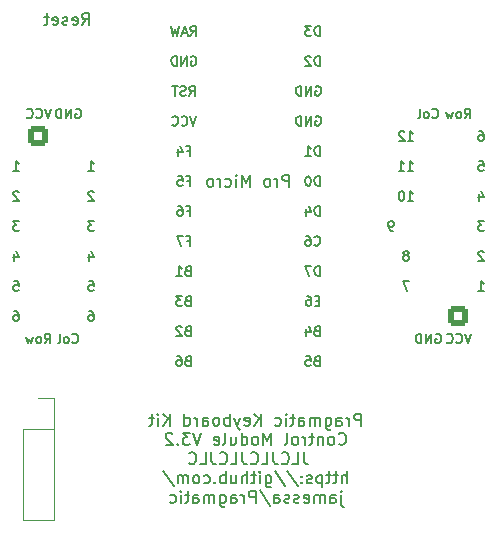
<source format=gbo>
%TF.GenerationSoftware,KiCad,Pcbnew,(6.0.5-0)*%
%TF.CreationDate,2022-06-20T18:53:46+08:00*%
%TF.ProjectId,Control,436f6e74-726f-46c2-9e6b-696361645f70,V3.2.1*%
%TF.SameCoordinates,PX7df6180PY32de760*%
%TF.FileFunction,Legend,Bot*%
%TF.FilePolarity,Positive*%
%FSLAX46Y46*%
G04 Gerber Fmt 4.6, Leading zero omitted, Abs format (unit mm)*
G04 Created by KiCad (PCBNEW (6.0.5-0)) date 2022-06-20 18:53:46*
%MOMM*%
%LPD*%
G01*
G04 APERTURE LIST*
G04 Aperture macros list*
%AMRoundRect*
0 Rectangle with rounded corners*
0 $1 Rounding radius*
0 $2 $3 $4 $5 $6 $7 $8 $9 X,Y pos of 4 corners*
0 Add a 4 corners polygon primitive as box body*
4,1,4,$2,$3,$4,$5,$6,$7,$8,$9,$2,$3,0*
0 Add four circle primitives for the rounded corners*
1,1,$1+$1,$2,$3*
1,1,$1+$1,$4,$5*
1,1,$1+$1,$6,$7*
1,1,$1+$1,$8,$9*
0 Add four rect primitives between the rounded corners*
20,1,$1+$1,$2,$3,$4,$5,0*
20,1,$1+$1,$4,$5,$6,$7,0*
20,1,$1+$1,$6,$7,$8,$9,0*
20,1,$1+$1,$8,$9,$2,$3,0*%
G04 Aperture macros list end*
%ADD10C,0.150000*%
%ADD11C,0.152400*%
%ADD12C,0.200000*%
%ADD13C,0.120000*%
%ADD14C,0.010000*%
%ADD15RoundRect,0.250000X-0.600000X-0.600000X0.600000X-0.600000X0.600000X0.600000X-0.600000X0.600000X0*%
%ADD16C,1.700000*%
%ADD17RoundRect,0.250000X0.600000X0.600000X-0.600000X0.600000X-0.600000X-0.600000X0.600000X-0.600000X0*%
%ADD18C,2.000000*%
%ADD19R,1.700000X1.700000*%
%ADD20O,1.700000X1.700000*%
G04 APERTURE END LIST*
D10*
X21107380Y-14331904D02*
X21564523Y-14331904D01*
X21335952Y-14331904D02*
X21335952Y-13531904D01*
X21412142Y-13646190D01*
X21488333Y-13722380D01*
X21564523Y-13760476D01*
X20612142Y-13531904D02*
X20535952Y-13531904D01*
X20459761Y-13570000D01*
X20421666Y-13608095D01*
X20383571Y-13684285D01*
X20345476Y-13836666D01*
X20345476Y-14027142D01*
X20383571Y-14179523D01*
X20421666Y-14255714D01*
X20459761Y-14293809D01*
X20535952Y-14331904D01*
X20612142Y-14331904D01*
X20688333Y-14293809D01*
X20726428Y-14255714D01*
X20764523Y-14179523D01*
X20802619Y-14027142D01*
X20802619Y-13836666D01*
X20764523Y-13684285D01*
X20726428Y-13608095D01*
X20688333Y-13570000D01*
X20612142Y-13531904D01*
X-5867381Y-23691904D02*
X-5715000Y-23691904D01*
X-5638810Y-23730000D01*
X-5600715Y-23768095D01*
X-5524524Y-23882380D01*
X-5486429Y-24034761D01*
X-5486429Y-24339523D01*
X-5524524Y-24415714D01*
X-5562620Y-24453809D01*
X-5638810Y-24491904D01*
X-5791191Y-24491904D01*
X-5867381Y-24453809D01*
X-5905477Y-24415714D01*
X-5943572Y-24339523D01*
X-5943572Y-24149047D01*
X-5905477Y-24072857D01*
X-5867381Y-24034761D01*
X-5791191Y-23996666D01*
X-5638810Y-23996666D01*
X-5562620Y-24034761D01*
X-5524524Y-24072857D01*
X-5486429Y-24149047D01*
X-12217381Y-18878571D02*
X-12217381Y-19411904D01*
X-12026905Y-18573809D02*
X-11836429Y-19145238D01*
X-12331667Y-19145238D01*
X23183809Y-7270714D02*
X23221904Y-7308809D01*
X23336190Y-7346904D01*
X23412380Y-7346904D01*
X23526666Y-7308809D01*
X23602857Y-7232619D01*
X23640952Y-7156428D01*
X23679047Y-7004047D01*
X23679047Y-6889761D01*
X23640952Y-6737380D01*
X23602857Y-6661190D01*
X23526666Y-6585000D01*
X23412380Y-6546904D01*
X23336190Y-6546904D01*
X23221904Y-6585000D01*
X23183809Y-6623095D01*
X22726666Y-7346904D02*
X22802857Y-7308809D01*
X22840952Y-7270714D01*
X22879047Y-7194523D01*
X22879047Y-6965952D01*
X22840952Y-6889761D01*
X22802857Y-6851666D01*
X22726666Y-6813571D01*
X22612380Y-6813571D01*
X22536190Y-6851666D01*
X22498095Y-6889761D01*
X22460000Y-6965952D01*
X22460000Y-7194523D01*
X22498095Y-7270714D01*
X22536190Y-7308809D01*
X22612380Y-7346904D01*
X22726666Y-7346904D01*
X22002857Y-7346904D02*
X22079047Y-7308809D01*
X22117142Y-7232619D01*
X22117142Y-6546904D01*
X27076428Y-21951904D02*
X27533571Y-21951904D01*
X27305000Y-21951904D02*
X27305000Y-21151904D01*
X27381190Y-21266190D01*
X27457380Y-21342380D01*
X27533571Y-21380476D01*
X-11798334Y-16071904D02*
X-12293572Y-16071904D01*
X-12026905Y-16376666D01*
X-12141191Y-16376666D01*
X-12217381Y-16414761D01*
X-12255477Y-16452857D01*
X-12293572Y-16529047D01*
X-12293572Y-16719523D01*
X-12255477Y-16795714D01*
X-12217381Y-16833809D01*
X-12141191Y-16871904D01*
X-11912620Y-16871904D01*
X-11836429Y-16833809D01*
X-11798334Y-16795714D01*
X-7010477Y-6585000D02*
X-6934286Y-6546904D01*
X-6820000Y-6546904D01*
X-6705715Y-6585000D01*
X-6629524Y-6661190D01*
X-6591429Y-6737380D01*
X-6553334Y-6889761D01*
X-6553334Y-7004047D01*
X-6591429Y-7156428D01*
X-6629524Y-7232619D01*
X-6705715Y-7308809D01*
X-6820000Y-7346904D01*
X-6896191Y-7346904D01*
X-7010477Y-7308809D01*
X-7048572Y-7270714D01*
X-7048572Y-7004047D01*
X-6896191Y-7004047D01*
X-7391429Y-7346904D02*
X-7391429Y-6546904D01*
X-7848572Y-7346904D01*
X-7848572Y-6546904D01*
X-8229524Y-7346904D02*
X-8229524Y-6546904D01*
X-8420000Y-6546904D01*
X-8534286Y-6585000D01*
X-8610477Y-6661190D01*
X-8648572Y-6737380D01*
X-8686667Y-6889761D01*
X-8686667Y-7004047D01*
X-8648572Y-7156428D01*
X-8610477Y-7232619D01*
X-8534286Y-7308809D01*
X-8420000Y-7346904D01*
X-8229524Y-7346904D01*
X27152619Y-8451904D02*
X27305000Y-8451904D01*
X27381190Y-8490000D01*
X27419285Y-8528095D01*
X27495476Y-8642380D01*
X27533571Y-8794761D01*
X27533571Y-9099523D01*
X27495476Y-9175714D01*
X27457380Y-9213809D01*
X27381190Y-9251904D01*
X27228809Y-9251904D01*
X27152619Y-9213809D01*
X27114523Y-9175714D01*
X27076428Y-9099523D01*
X27076428Y-8909047D01*
X27114523Y-8832857D01*
X27152619Y-8794761D01*
X27228809Y-8756666D01*
X27381190Y-8756666D01*
X27457380Y-8794761D01*
X27495476Y-8832857D01*
X27533571Y-8909047D01*
X21107380Y-9251904D02*
X21564523Y-9251904D01*
X21335952Y-9251904D02*
X21335952Y-8451904D01*
X21412142Y-8566190D01*
X21488333Y-8642380D01*
X21564523Y-8680476D01*
X20802619Y-8528095D02*
X20764523Y-8490000D01*
X20688333Y-8451904D01*
X20497857Y-8451904D01*
X20421666Y-8490000D01*
X20383571Y-8528095D01*
X20345476Y-8604285D01*
X20345476Y-8680476D01*
X20383571Y-8794761D01*
X20840714Y-9251904D01*
X20345476Y-9251904D01*
X25933333Y-7346904D02*
X26200000Y-6965952D01*
X26390476Y-7346904D02*
X26390476Y-6546904D01*
X26085714Y-6546904D01*
X26009523Y-6585000D01*
X25971428Y-6623095D01*
X25933333Y-6699285D01*
X25933333Y-6813571D01*
X25971428Y-6889761D01*
X26009523Y-6927857D01*
X26085714Y-6965952D01*
X26390476Y-6965952D01*
X25476190Y-7346904D02*
X25552380Y-7308809D01*
X25590476Y-7270714D01*
X25628571Y-7194523D01*
X25628571Y-6965952D01*
X25590476Y-6889761D01*
X25552380Y-6851666D01*
X25476190Y-6813571D01*
X25361904Y-6813571D01*
X25285714Y-6851666D01*
X25247619Y-6889761D01*
X25209523Y-6965952D01*
X25209523Y-7194523D01*
X25247619Y-7270714D01*
X25285714Y-7308809D01*
X25361904Y-7346904D01*
X25476190Y-7346904D01*
X24942857Y-6813571D02*
X24790476Y-7346904D01*
X24638095Y-6965952D01*
X24485714Y-7346904D01*
X24333333Y-6813571D01*
X27114523Y-10991904D02*
X27495476Y-10991904D01*
X27533571Y-11372857D01*
X27495476Y-11334761D01*
X27419285Y-11296666D01*
X27228809Y-11296666D01*
X27152619Y-11334761D01*
X27114523Y-11372857D01*
X27076428Y-11449047D01*
X27076428Y-11639523D01*
X27114523Y-11715714D01*
X27152619Y-11753809D01*
X27228809Y-11791904D01*
X27419285Y-11791904D01*
X27495476Y-11753809D01*
X27533571Y-11715714D01*
X27571666Y-16071904D02*
X27076428Y-16071904D01*
X27343095Y-16376666D01*
X27228809Y-16376666D01*
X27152619Y-16414761D01*
X27114523Y-16452857D01*
X27076428Y-16529047D01*
X27076428Y-16719523D01*
X27114523Y-16795714D01*
X27152619Y-16833809D01*
X27228809Y-16871904D01*
X27457380Y-16871904D01*
X27533571Y-16833809D01*
X27571666Y-16795714D01*
X-11836429Y-13608095D02*
X-11874524Y-13570000D01*
X-11950715Y-13531904D01*
X-12141191Y-13531904D01*
X-12217381Y-13570000D01*
X-12255477Y-13608095D01*
X-12293572Y-13684285D01*
X-12293572Y-13760476D01*
X-12255477Y-13874761D01*
X-11798334Y-14331904D01*
X-12293572Y-14331904D01*
X-9093334Y-6546904D02*
X-9360000Y-7346904D01*
X-9626667Y-6546904D01*
X-10350477Y-7270714D02*
X-10312381Y-7308809D01*
X-10198096Y-7346904D01*
X-10121905Y-7346904D01*
X-10007620Y-7308809D01*
X-9931429Y-7232619D01*
X-9893334Y-7156428D01*
X-9855239Y-7004047D01*
X-9855239Y-6889761D01*
X-9893334Y-6737380D01*
X-9931429Y-6661190D01*
X-10007620Y-6585000D01*
X-10121905Y-6546904D01*
X-10198096Y-6546904D01*
X-10312381Y-6585000D01*
X-10350477Y-6623095D01*
X-11150477Y-7270714D02*
X-11112381Y-7308809D01*
X-10998096Y-7346904D01*
X-10921905Y-7346904D01*
X-10807620Y-7308809D01*
X-10731429Y-7232619D01*
X-10693334Y-7156428D01*
X-10655239Y-7004047D01*
X-10655239Y-6889761D01*
X-10693334Y-6737380D01*
X-10731429Y-6661190D01*
X-10807620Y-6585000D01*
X-10921905Y-6546904D01*
X-10998096Y-6546904D01*
X-11112381Y-6585000D01*
X-11150477Y-6623095D01*
X21031190Y-18954761D02*
X21107380Y-18916666D01*
X21145476Y-18878571D01*
X21183571Y-18802380D01*
X21183571Y-18764285D01*
X21145476Y-18688095D01*
X21107380Y-18650000D01*
X21031190Y-18611904D01*
X20878809Y-18611904D01*
X20802619Y-18650000D01*
X20764523Y-18688095D01*
X20726428Y-18764285D01*
X20726428Y-18802380D01*
X20764523Y-18878571D01*
X20802619Y-18916666D01*
X20878809Y-18954761D01*
X21031190Y-18954761D01*
X21107380Y-18992857D01*
X21145476Y-19030952D01*
X21183571Y-19107142D01*
X21183571Y-19259523D01*
X21145476Y-19335714D01*
X21107380Y-19373809D01*
X21031190Y-19411904D01*
X20878809Y-19411904D01*
X20802619Y-19373809D01*
X20764523Y-19335714D01*
X20726428Y-19259523D01*
X20726428Y-19107142D01*
X20764523Y-19030952D01*
X20802619Y-18992857D01*
X20878809Y-18954761D01*
X-12255477Y-21151904D02*
X-11874524Y-21151904D01*
X-11836429Y-21532857D01*
X-11874524Y-21494761D01*
X-11950715Y-21456666D01*
X-12141191Y-21456666D01*
X-12217381Y-21494761D01*
X-12255477Y-21532857D01*
X-12293572Y-21609047D01*
X-12293572Y-21799523D01*
X-12255477Y-21875714D01*
X-12217381Y-21913809D01*
X-12141191Y-21951904D01*
X-11950715Y-21951904D01*
X-11874524Y-21913809D01*
X-11836429Y-21875714D01*
X-5905477Y-21151904D02*
X-5524524Y-21151904D01*
X-5486429Y-21532857D01*
X-5524524Y-21494761D01*
X-5600715Y-21456666D01*
X-5791191Y-21456666D01*
X-5867381Y-21494761D01*
X-5905477Y-21532857D01*
X-5943572Y-21609047D01*
X-5943572Y-21799523D01*
X-5905477Y-21875714D01*
X-5867381Y-21913809D01*
X-5791191Y-21951904D01*
X-5600715Y-21951904D01*
X-5524524Y-21913809D01*
X-5486429Y-21875714D01*
X21107380Y-11791904D02*
X21564523Y-11791904D01*
X21335952Y-11791904D02*
X21335952Y-10991904D01*
X21412142Y-11106190D01*
X21488333Y-11182380D01*
X21564523Y-11220476D01*
X20345476Y-11791904D02*
X20802619Y-11791904D01*
X20574047Y-11791904D02*
X20574047Y-10991904D01*
X20650238Y-11106190D01*
X20726428Y-11182380D01*
X20802619Y-11220476D01*
X-5486429Y-13608095D02*
X-5524524Y-13570000D01*
X-5600715Y-13531904D01*
X-5791191Y-13531904D01*
X-5867381Y-13570000D01*
X-5905477Y-13608095D01*
X-5943572Y-13684285D01*
X-5943572Y-13760476D01*
X-5905477Y-13874761D01*
X-5448334Y-14331904D01*
X-5943572Y-14331904D01*
X19837380Y-16871904D02*
X19685000Y-16871904D01*
X19608809Y-16833809D01*
X19570714Y-16795714D01*
X19494523Y-16681428D01*
X19456428Y-16529047D01*
X19456428Y-16224285D01*
X19494523Y-16148095D01*
X19532619Y-16110000D01*
X19608809Y-16071904D01*
X19761190Y-16071904D01*
X19837380Y-16110000D01*
X19875476Y-16148095D01*
X19913571Y-16224285D01*
X19913571Y-16414761D01*
X19875476Y-16490952D01*
X19837380Y-16529047D01*
X19761190Y-16567142D01*
X19608809Y-16567142D01*
X19532619Y-16529047D01*
X19494523Y-16490952D01*
X19456428Y-16414761D01*
X-5448334Y-16071904D02*
X-5943572Y-16071904D01*
X-5676905Y-16376666D01*
X-5791191Y-16376666D01*
X-5867381Y-16414761D01*
X-5905477Y-16452857D01*
X-5943572Y-16529047D01*
X-5943572Y-16719523D01*
X-5905477Y-16795714D01*
X-5867381Y-16833809D01*
X-5791191Y-16871904D01*
X-5562620Y-16871904D01*
X-5486429Y-16833809D01*
X-5448334Y-16795714D01*
X-12217381Y-23691904D02*
X-12065000Y-23691904D01*
X-11988810Y-23730000D01*
X-11950715Y-23768095D01*
X-11874524Y-23882380D01*
X-11836429Y-24034761D01*
X-11836429Y-24339523D01*
X-11874524Y-24415714D01*
X-11912620Y-24453809D01*
X-11988810Y-24491904D01*
X-12141191Y-24491904D01*
X-12217381Y-24453809D01*
X-12255477Y-24415714D01*
X-12293572Y-24339523D01*
X-12293572Y-24149047D01*
X-12255477Y-24072857D01*
X-12217381Y-24034761D01*
X-12141191Y-23996666D01*
X-11988810Y-23996666D01*
X-11912620Y-24034761D01*
X-11874524Y-24072857D01*
X-11836429Y-24149047D01*
D11*
X17157095Y-33383099D02*
X17157095Y-32367099D01*
X16770047Y-32367099D01*
X16673285Y-32415480D01*
X16624904Y-32463860D01*
X16576523Y-32560622D01*
X16576523Y-32705765D01*
X16624904Y-32802527D01*
X16673285Y-32850908D01*
X16770047Y-32899289D01*
X17157095Y-32899289D01*
X16141095Y-33383099D02*
X16141095Y-32705765D01*
X16141095Y-32899289D02*
X16092714Y-32802527D01*
X16044333Y-32754146D01*
X15947571Y-32705765D01*
X15850809Y-32705765D01*
X15076714Y-33383099D02*
X15076714Y-32850908D01*
X15125095Y-32754146D01*
X15221857Y-32705765D01*
X15415380Y-32705765D01*
X15512142Y-32754146D01*
X15076714Y-33334718D02*
X15173476Y-33383099D01*
X15415380Y-33383099D01*
X15512142Y-33334718D01*
X15560523Y-33237956D01*
X15560523Y-33141194D01*
X15512142Y-33044432D01*
X15415380Y-32996051D01*
X15173476Y-32996051D01*
X15076714Y-32947670D01*
X14157476Y-32705765D02*
X14157476Y-33528241D01*
X14205857Y-33625003D01*
X14254238Y-33673384D01*
X14351000Y-33721765D01*
X14496142Y-33721765D01*
X14592904Y-33673384D01*
X14157476Y-33334718D02*
X14254238Y-33383099D01*
X14447761Y-33383099D01*
X14544523Y-33334718D01*
X14592904Y-33286337D01*
X14641285Y-33189575D01*
X14641285Y-32899289D01*
X14592904Y-32802527D01*
X14544523Y-32754146D01*
X14447761Y-32705765D01*
X14254238Y-32705765D01*
X14157476Y-32754146D01*
X13673666Y-33383099D02*
X13673666Y-32705765D01*
X13673666Y-32802527D02*
X13625285Y-32754146D01*
X13528523Y-32705765D01*
X13383380Y-32705765D01*
X13286619Y-32754146D01*
X13238238Y-32850908D01*
X13238238Y-33383099D01*
X13238238Y-32850908D02*
X13189857Y-32754146D01*
X13093095Y-32705765D01*
X12947952Y-32705765D01*
X12851190Y-32754146D01*
X12802809Y-32850908D01*
X12802809Y-33383099D01*
X11883571Y-33383099D02*
X11883571Y-32850908D01*
X11931952Y-32754146D01*
X12028714Y-32705765D01*
X12222238Y-32705765D01*
X12319000Y-32754146D01*
X11883571Y-33334718D02*
X11980333Y-33383099D01*
X12222238Y-33383099D01*
X12319000Y-33334718D01*
X12367380Y-33237956D01*
X12367380Y-33141194D01*
X12319000Y-33044432D01*
X12222238Y-32996051D01*
X11980333Y-32996051D01*
X11883571Y-32947670D01*
X11544904Y-32705765D02*
X11157857Y-32705765D01*
X11399761Y-32367099D02*
X11399761Y-33237956D01*
X11351380Y-33334718D01*
X11254619Y-33383099D01*
X11157857Y-33383099D01*
X10819190Y-33383099D02*
X10819190Y-32705765D01*
X10819190Y-32367099D02*
X10867571Y-32415480D01*
X10819190Y-32463860D01*
X10770809Y-32415480D01*
X10819190Y-32367099D01*
X10819190Y-32463860D01*
X9899952Y-33334718D02*
X9996714Y-33383099D01*
X10190238Y-33383099D01*
X10287000Y-33334718D01*
X10335380Y-33286337D01*
X10383761Y-33189575D01*
X10383761Y-32899289D01*
X10335380Y-32802527D01*
X10287000Y-32754146D01*
X10190238Y-32705765D01*
X9996714Y-32705765D01*
X9899952Y-32754146D01*
X8690428Y-33383099D02*
X8690428Y-32367099D01*
X8109857Y-33383099D02*
X8545285Y-32802527D01*
X8109857Y-32367099D02*
X8690428Y-32947670D01*
X7287380Y-33334718D02*
X7384142Y-33383099D01*
X7577666Y-33383099D01*
X7674428Y-33334718D01*
X7722809Y-33237956D01*
X7722809Y-32850908D01*
X7674428Y-32754146D01*
X7577666Y-32705765D01*
X7384142Y-32705765D01*
X7287380Y-32754146D01*
X7239000Y-32850908D01*
X7239000Y-32947670D01*
X7722809Y-33044432D01*
X6900333Y-32705765D02*
X6658428Y-33383099D01*
X6416523Y-32705765D02*
X6658428Y-33383099D01*
X6755190Y-33625003D01*
X6803571Y-33673384D01*
X6900333Y-33721765D01*
X6029476Y-33383099D02*
X6029476Y-32367099D01*
X6029476Y-32754146D02*
X5932714Y-32705765D01*
X5739190Y-32705765D01*
X5642428Y-32754146D01*
X5594047Y-32802527D01*
X5545666Y-32899289D01*
X5545666Y-33189575D01*
X5594047Y-33286337D01*
X5642428Y-33334718D01*
X5739190Y-33383099D01*
X5932714Y-33383099D01*
X6029476Y-33334718D01*
X4965095Y-33383099D02*
X5061857Y-33334718D01*
X5110238Y-33286337D01*
X5158619Y-33189575D01*
X5158619Y-32899289D01*
X5110238Y-32802527D01*
X5061857Y-32754146D01*
X4965095Y-32705765D01*
X4819952Y-32705765D01*
X4723190Y-32754146D01*
X4674809Y-32802527D01*
X4626428Y-32899289D01*
X4626428Y-33189575D01*
X4674809Y-33286337D01*
X4723190Y-33334718D01*
X4819952Y-33383099D01*
X4965095Y-33383099D01*
X3755571Y-33383099D02*
X3755571Y-32850908D01*
X3803952Y-32754146D01*
X3900714Y-32705765D01*
X4094238Y-32705765D01*
X4191000Y-32754146D01*
X3755571Y-33334718D02*
X3852333Y-33383099D01*
X4094238Y-33383099D01*
X4191000Y-33334718D01*
X4239380Y-33237956D01*
X4239380Y-33141194D01*
X4191000Y-33044432D01*
X4094238Y-32996051D01*
X3852333Y-32996051D01*
X3755571Y-32947670D01*
X3271761Y-33383099D02*
X3271761Y-32705765D01*
X3271761Y-32899289D02*
X3223380Y-32802527D01*
X3175000Y-32754146D01*
X3078238Y-32705765D01*
X2981476Y-32705765D01*
X2207380Y-33383099D02*
X2207380Y-32367099D01*
X2207380Y-33334718D02*
X2304142Y-33383099D01*
X2497666Y-33383099D01*
X2594428Y-33334718D01*
X2642809Y-33286337D01*
X2691190Y-33189575D01*
X2691190Y-32899289D01*
X2642809Y-32802527D01*
X2594428Y-32754146D01*
X2497666Y-32705765D01*
X2304142Y-32705765D01*
X2207380Y-32754146D01*
X949476Y-33383099D02*
X949476Y-32367099D01*
X368904Y-33383099D02*
X804333Y-32802527D01*
X368904Y-32367099D02*
X949476Y-32947670D01*
X-66524Y-33383099D02*
X-66524Y-32705765D01*
X-66524Y-32367099D02*
X-18143Y-32415480D01*
X-66524Y-32463860D01*
X-114905Y-32415480D01*
X-66524Y-32367099D01*
X-66524Y-32463860D01*
X-405191Y-32705765D02*
X-792239Y-32705765D01*
X-550334Y-32367099D02*
X-550334Y-33237956D01*
X-598715Y-33334718D01*
X-695477Y-33383099D01*
X-792239Y-33383099D01*
X15270238Y-34922097D02*
X15318619Y-34970478D01*
X15463761Y-35018859D01*
X15560523Y-35018859D01*
X15705666Y-34970478D01*
X15802428Y-34873716D01*
X15850809Y-34776954D01*
X15899190Y-34583430D01*
X15899190Y-34438287D01*
X15850809Y-34244763D01*
X15802428Y-34148001D01*
X15705666Y-34051240D01*
X15560523Y-34002859D01*
X15463761Y-34002859D01*
X15318619Y-34051240D01*
X15270238Y-34099620D01*
X14689666Y-35018859D02*
X14786428Y-34970478D01*
X14834809Y-34922097D01*
X14883190Y-34825335D01*
X14883190Y-34535049D01*
X14834809Y-34438287D01*
X14786428Y-34389906D01*
X14689666Y-34341525D01*
X14544523Y-34341525D01*
X14447761Y-34389906D01*
X14399380Y-34438287D01*
X14351000Y-34535049D01*
X14351000Y-34825335D01*
X14399380Y-34922097D01*
X14447761Y-34970478D01*
X14544523Y-35018859D01*
X14689666Y-35018859D01*
X13915571Y-34341525D02*
X13915571Y-35018859D01*
X13915571Y-34438287D02*
X13867190Y-34389906D01*
X13770428Y-34341525D01*
X13625285Y-34341525D01*
X13528523Y-34389906D01*
X13480142Y-34486668D01*
X13480142Y-35018859D01*
X13141476Y-34341525D02*
X12754428Y-34341525D01*
X12996333Y-34002859D02*
X12996333Y-34873716D01*
X12947952Y-34970478D01*
X12851190Y-35018859D01*
X12754428Y-35018859D01*
X12415761Y-35018859D02*
X12415761Y-34341525D01*
X12415761Y-34535049D02*
X12367380Y-34438287D01*
X12319000Y-34389906D01*
X12222238Y-34341525D01*
X12125476Y-34341525D01*
X11641666Y-35018859D02*
X11738428Y-34970478D01*
X11786809Y-34922097D01*
X11835190Y-34825335D01*
X11835190Y-34535049D01*
X11786809Y-34438287D01*
X11738428Y-34389906D01*
X11641666Y-34341525D01*
X11496523Y-34341525D01*
X11399761Y-34389906D01*
X11351380Y-34438287D01*
X11303000Y-34535049D01*
X11303000Y-34825335D01*
X11351380Y-34922097D01*
X11399761Y-34970478D01*
X11496523Y-35018859D01*
X11641666Y-35018859D01*
X10722428Y-35018859D02*
X10819190Y-34970478D01*
X10867571Y-34873716D01*
X10867571Y-34002859D01*
X9561285Y-35018859D02*
X9561285Y-34002859D01*
X9222619Y-34728573D01*
X8883952Y-34002859D01*
X8883952Y-35018859D01*
X8255000Y-35018859D02*
X8351761Y-34970478D01*
X8400142Y-34922097D01*
X8448523Y-34825335D01*
X8448523Y-34535049D01*
X8400142Y-34438287D01*
X8351761Y-34389906D01*
X8255000Y-34341525D01*
X8109857Y-34341525D01*
X8013095Y-34389906D01*
X7964714Y-34438287D01*
X7916333Y-34535049D01*
X7916333Y-34825335D01*
X7964714Y-34922097D01*
X8013095Y-34970478D01*
X8109857Y-35018859D01*
X8255000Y-35018859D01*
X7045476Y-35018859D02*
X7045476Y-34002859D01*
X7045476Y-34970478D02*
X7142238Y-35018859D01*
X7335761Y-35018859D01*
X7432523Y-34970478D01*
X7480904Y-34922097D01*
X7529285Y-34825335D01*
X7529285Y-34535049D01*
X7480904Y-34438287D01*
X7432523Y-34389906D01*
X7335761Y-34341525D01*
X7142238Y-34341525D01*
X7045476Y-34389906D01*
X6126238Y-34341525D02*
X6126238Y-35018859D01*
X6561666Y-34341525D02*
X6561666Y-34873716D01*
X6513285Y-34970478D01*
X6416523Y-35018859D01*
X6271380Y-35018859D01*
X6174619Y-34970478D01*
X6126238Y-34922097D01*
X5497285Y-35018859D02*
X5594047Y-34970478D01*
X5642428Y-34873716D01*
X5642428Y-34002859D01*
X4723190Y-34970478D02*
X4819952Y-35018859D01*
X5013476Y-35018859D01*
X5110238Y-34970478D01*
X5158619Y-34873716D01*
X5158619Y-34486668D01*
X5110238Y-34389906D01*
X5013476Y-34341525D01*
X4819952Y-34341525D01*
X4723190Y-34389906D01*
X4674809Y-34486668D01*
X4674809Y-34583430D01*
X5158619Y-34680192D01*
X3610428Y-34002859D02*
X3271761Y-35018859D01*
X2933095Y-34002859D01*
X2691190Y-34002859D02*
X2062238Y-34002859D01*
X2400904Y-34389906D01*
X2255761Y-34389906D01*
X2159000Y-34438287D01*
X2110619Y-34486668D01*
X2062238Y-34583430D01*
X2062238Y-34825335D01*
X2110619Y-34922097D01*
X2159000Y-34970478D01*
X2255761Y-35018859D01*
X2546047Y-35018859D01*
X2642809Y-34970478D01*
X2691190Y-34922097D01*
X1626809Y-34922097D02*
X1578428Y-34970478D01*
X1626809Y-35018859D01*
X1675190Y-34970478D01*
X1626809Y-34922097D01*
X1626809Y-35018859D01*
X1191380Y-34099620D02*
X1143000Y-34051240D01*
X1046238Y-34002859D01*
X804333Y-34002859D01*
X707571Y-34051240D01*
X659190Y-34099620D01*
X610809Y-34196382D01*
X610809Y-34293144D01*
X659190Y-34438287D01*
X1239761Y-35018859D01*
X610809Y-35018859D01*
X15947571Y-38290379D02*
X15947571Y-37274379D01*
X15512142Y-38290379D02*
X15512142Y-37758188D01*
X15560523Y-37661426D01*
X15657285Y-37613045D01*
X15802428Y-37613045D01*
X15899190Y-37661426D01*
X15947571Y-37709807D01*
X15173476Y-37613045D02*
X14786428Y-37613045D01*
X15028333Y-37274379D02*
X15028333Y-38145236D01*
X14979952Y-38241998D01*
X14883190Y-38290379D01*
X14786428Y-38290379D01*
X14592904Y-37613045D02*
X14205857Y-37613045D01*
X14447761Y-37274379D02*
X14447761Y-38145236D01*
X14399380Y-38241998D01*
X14302619Y-38290379D01*
X14205857Y-38290379D01*
X13867190Y-37613045D02*
X13867190Y-38629045D01*
X13867190Y-37661426D02*
X13770428Y-37613045D01*
X13576904Y-37613045D01*
X13480142Y-37661426D01*
X13431761Y-37709807D01*
X13383380Y-37806569D01*
X13383380Y-38096855D01*
X13431761Y-38193617D01*
X13480142Y-38241998D01*
X13576904Y-38290379D01*
X13770428Y-38290379D01*
X13867190Y-38241998D01*
X12996333Y-38241998D02*
X12899571Y-38290379D01*
X12706047Y-38290379D01*
X12609285Y-38241998D01*
X12560904Y-38145236D01*
X12560904Y-38096855D01*
X12609285Y-38000093D01*
X12706047Y-37951712D01*
X12851190Y-37951712D01*
X12947952Y-37903331D01*
X12996333Y-37806569D01*
X12996333Y-37758188D01*
X12947952Y-37661426D01*
X12851190Y-37613045D01*
X12706047Y-37613045D01*
X12609285Y-37661426D01*
X12125476Y-38193617D02*
X12077095Y-38241998D01*
X12125476Y-38290379D01*
X12173857Y-38241998D01*
X12125476Y-38193617D01*
X12125476Y-38290379D01*
X12125476Y-37661426D02*
X12077095Y-37709807D01*
X12125476Y-37758188D01*
X12173857Y-37709807D01*
X12125476Y-37661426D01*
X12125476Y-37758188D01*
X10915952Y-37225998D02*
X11786809Y-38532283D01*
X9851571Y-37225998D02*
X10722428Y-38532283D01*
X9077476Y-37613045D02*
X9077476Y-38435521D01*
X9125857Y-38532283D01*
X9174238Y-38580664D01*
X9271000Y-38629045D01*
X9416142Y-38629045D01*
X9512904Y-38580664D01*
X9077476Y-38241998D02*
X9174238Y-38290379D01*
X9367761Y-38290379D01*
X9464523Y-38241998D01*
X9512904Y-38193617D01*
X9561285Y-38096855D01*
X9561285Y-37806569D01*
X9512904Y-37709807D01*
X9464523Y-37661426D01*
X9367761Y-37613045D01*
X9174238Y-37613045D01*
X9077476Y-37661426D01*
X8593666Y-38290379D02*
X8593666Y-37613045D01*
X8593666Y-37274379D02*
X8642047Y-37322760D01*
X8593666Y-37371140D01*
X8545285Y-37322760D01*
X8593666Y-37274379D01*
X8593666Y-37371140D01*
X8255000Y-37613045D02*
X7867952Y-37613045D01*
X8109857Y-37274379D02*
X8109857Y-38145236D01*
X8061476Y-38241998D01*
X7964714Y-38290379D01*
X7867952Y-38290379D01*
X7529285Y-38290379D02*
X7529285Y-37274379D01*
X7093857Y-38290379D02*
X7093857Y-37758188D01*
X7142238Y-37661426D01*
X7239000Y-37613045D01*
X7384142Y-37613045D01*
X7480904Y-37661426D01*
X7529285Y-37709807D01*
X6174619Y-37613045D02*
X6174619Y-38290379D01*
X6610047Y-37613045D02*
X6610047Y-38145236D01*
X6561666Y-38241998D01*
X6464904Y-38290379D01*
X6319761Y-38290379D01*
X6223000Y-38241998D01*
X6174619Y-38193617D01*
X5690809Y-38290379D02*
X5690809Y-37274379D01*
X5690809Y-37661426D02*
X5594047Y-37613045D01*
X5400523Y-37613045D01*
X5303761Y-37661426D01*
X5255380Y-37709807D01*
X5207000Y-37806569D01*
X5207000Y-38096855D01*
X5255380Y-38193617D01*
X5303761Y-38241998D01*
X5400523Y-38290379D01*
X5594047Y-38290379D01*
X5690809Y-38241998D01*
X4771571Y-38193617D02*
X4723190Y-38241998D01*
X4771571Y-38290379D01*
X4819952Y-38241998D01*
X4771571Y-38193617D01*
X4771571Y-38290379D01*
X3852333Y-38241998D02*
X3949095Y-38290379D01*
X4142619Y-38290379D01*
X4239380Y-38241998D01*
X4287761Y-38193617D01*
X4336142Y-38096855D01*
X4336142Y-37806569D01*
X4287761Y-37709807D01*
X4239380Y-37661426D01*
X4142619Y-37613045D01*
X3949095Y-37613045D01*
X3852333Y-37661426D01*
X3271761Y-38290379D02*
X3368523Y-38241998D01*
X3416904Y-38193617D01*
X3465285Y-38096855D01*
X3465285Y-37806569D01*
X3416904Y-37709807D01*
X3368523Y-37661426D01*
X3271761Y-37613045D01*
X3126619Y-37613045D01*
X3029857Y-37661426D01*
X2981476Y-37709807D01*
X2933095Y-37806569D01*
X2933095Y-38096855D01*
X2981476Y-38193617D01*
X3029857Y-38241998D01*
X3126619Y-38290379D01*
X3271761Y-38290379D01*
X2497666Y-38290379D02*
X2497666Y-37613045D01*
X2497666Y-37709807D02*
X2449285Y-37661426D01*
X2352523Y-37613045D01*
X2207380Y-37613045D01*
X2110619Y-37661426D01*
X2062238Y-37758188D01*
X2062238Y-38290379D01*
X2062238Y-37758188D02*
X2013857Y-37661426D01*
X1917095Y-37613045D01*
X1771952Y-37613045D01*
X1675190Y-37661426D01*
X1626809Y-37758188D01*
X1626809Y-38290379D01*
X417285Y-37225998D02*
X1288142Y-38532283D01*
X15487952Y-39248805D02*
X15487952Y-40119662D01*
X15536333Y-40216424D01*
X15633095Y-40264805D01*
X15681476Y-40264805D01*
X15487952Y-38910139D02*
X15536333Y-38958520D01*
X15487952Y-39006900D01*
X15439571Y-38958520D01*
X15487952Y-38910139D01*
X15487952Y-39006900D01*
X14568714Y-39926139D02*
X14568714Y-39393948D01*
X14617095Y-39297186D01*
X14713857Y-39248805D01*
X14907380Y-39248805D01*
X15004142Y-39297186D01*
X14568714Y-39877758D02*
X14665476Y-39926139D01*
X14907380Y-39926139D01*
X15004142Y-39877758D01*
X15052523Y-39780996D01*
X15052523Y-39684234D01*
X15004142Y-39587472D01*
X14907380Y-39539091D01*
X14665476Y-39539091D01*
X14568714Y-39490710D01*
X14084904Y-39926139D02*
X14084904Y-39248805D01*
X14084904Y-39345567D02*
X14036523Y-39297186D01*
X13939761Y-39248805D01*
X13794619Y-39248805D01*
X13697857Y-39297186D01*
X13649476Y-39393948D01*
X13649476Y-39926139D01*
X13649476Y-39393948D02*
X13601095Y-39297186D01*
X13504333Y-39248805D01*
X13359190Y-39248805D01*
X13262428Y-39297186D01*
X13214047Y-39393948D01*
X13214047Y-39926139D01*
X12343190Y-39877758D02*
X12439952Y-39926139D01*
X12633476Y-39926139D01*
X12730238Y-39877758D01*
X12778619Y-39780996D01*
X12778619Y-39393948D01*
X12730238Y-39297186D01*
X12633476Y-39248805D01*
X12439952Y-39248805D01*
X12343190Y-39297186D01*
X12294809Y-39393948D01*
X12294809Y-39490710D01*
X12778619Y-39587472D01*
X11907761Y-39877758D02*
X11811000Y-39926139D01*
X11617476Y-39926139D01*
X11520714Y-39877758D01*
X11472333Y-39780996D01*
X11472333Y-39732615D01*
X11520714Y-39635853D01*
X11617476Y-39587472D01*
X11762619Y-39587472D01*
X11859380Y-39539091D01*
X11907761Y-39442329D01*
X11907761Y-39393948D01*
X11859380Y-39297186D01*
X11762619Y-39248805D01*
X11617476Y-39248805D01*
X11520714Y-39297186D01*
X11085285Y-39877758D02*
X10988523Y-39926139D01*
X10795000Y-39926139D01*
X10698238Y-39877758D01*
X10649857Y-39780996D01*
X10649857Y-39732615D01*
X10698238Y-39635853D01*
X10795000Y-39587472D01*
X10940142Y-39587472D01*
X11036904Y-39539091D01*
X11085285Y-39442329D01*
X11085285Y-39393948D01*
X11036904Y-39297186D01*
X10940142Y-39248805D01*
X10795000Y-39248805D01*
X10698238Y-39297186D01*
X9779000Y-39926139D02*
X9779000Y-39393948D01*
X9827380Y-39297186D01*
X9924142Y-39248805D01*
X10117666Y-39248805D01*
X10214428Y-39297186D01*
X9779000Y-39877758D02*
X9875761Y-39926139D01*
X10117666Y-39926139D01*
X10214428Y-39877758D01*
X10262809Y-39780996D01*
X10262809Y-39684234D01*
X10214428Y-39587472D01*
X10117666Y-39539091D01*
X9875761Y-39539091D01*
X9779000Y-39490710D01*
X8569476Y-38861758D02*
X9440333Y-40168043D01*
X8230809Y-39926139D02*
X8230809Y-38910139D01*
X7843761Y-38910139D01*
X7747000Y-38958520D01*
X7698619Y-39006900D01*
X7650238Y-39103662D01*
X7650238Y-39248805D01*
X7698619Y-39345567D01*
X7747000Y-39393948D01*
X7843761Y-39442329D01*
X8230809Y-39442329D01*
X7214809Y-39926139D02*
X7214809Y-39248805D01*
X7214809Y-39442329D02*
X7166428Y-39345567D01*
X7118047Y-39297186D01*
X7021285Y-39248805D01*
X6924523Y-39248805D01*
X6150428Y-39926139D02*
X6150428Y-39393948D01*
X6198809Y-39297186D01*
X6295571Y-39248805D01*
X6489095Y-39248805D01*
X6585857Y-39297186D01*
X6150428Y-39877758D02*
X6247190Y-39926139D01*
X6489095Y-39926139D01*
X6585857Y-39877758D01*
X6634238Y-39780996D01*
X6634238Y-39684234D01*
X6585857Y-39587472D01*
X6489095Y-39539091D01*
X6247190Y-39539091D01*
X6150428Y-39490710D01*
X5231190Y-39248805D02*
X5231190Y-40071281D01*
X5279571Y-40168043D01*
X5327952Y-40216424D01*
X5424714Y-40264805D01*
X5569857Y-40264805D01*
X5666619Y-40216424D01*
X5231190Y-39877758D02*
X5327952Y-39926139D01*
X5521476Y-39926139D01*
X5618238Y-39877758D01*
X5666619Y-39829377D01*
X5715000Y-39732615D01*
X5715000Y-39442329D01*
X5666619Y-39345567D01*
X5618238Y-39297186D01*
X5521476Y-39248805D01*
X5327952Y-39248805D01*
X5231190Y-39297186D01*
X4747380Y-39926139D02*
X4747380Y-39248805D01*
X4747380Y-39345567D02*
X4699000Y-39297186D01*
X4602238Y-39248805D01*
X4457095Y-39248805D01*
X4360333Y-39297186D01*
X4311952Y-39393948D01*
X4311952Y-39926139D01*
X4311952Y-39393948D02*
X4263571Y-39297186D01*
X4166809Y-39248805D01*
X4021666Y-39248805D01*
X3924904Y-39297186D01*
X3876523Y-39393948D01*
X3876523Y-39926139D01*
X2957285Y-39926139D02*
X2957285Y-39393948D01*
X3005666Y-39297186D01*
X3102428Y-39248805D01*
X3295952Y-39248805D01*
X3392714Y-39297186D01*
X2957285Y-39877758D02*
X3054047Y-39926139D01*
X3295952Y-39926139D01*
X3392714Y-39877758D01*
X3441095Y-39780996D01*
X3441095Y-39684234D01*
X3392714Y-39587472D01*
X3295952Y-39539091D01*
X3054047Y-39539091D01*
X2957285Y-39490710D01*
X2618619Y-39248805D02*
X2231571Y-39248805D01*
X2473476Y-38910139D02*
X2473476Y-39780996D01*
X2425095Y-39877758D01*
X2328333Y-39926139D01*
X2231571Y-39926139D01*
X1892904Y-39926139D02*
X1892904Y-39248805D01*
X1892904Y-38910139D02*
X1941285Y-38958520D01*
X1892904Y-39006900D01*
X1844523Y-38958520D01*
X1892904Y-38910139D01*
X1892904Y-39006900D01*
X973666Y-39877758D02*
X1070428Y-39926139D01*
X1263952Y-39926139D01*
X1360714Y-39877758D01*
X1409095Y-39829377D01*
X1457476Y-39732615D01*
X1457476Y-39442329D01*
X1409095Y-39345567D01*
X1360714Y-39297186D01*
X1263952Y-39248805D01*
X1070428Y-39248805D01*
X973666Y-39297186D01*
D10*
X26466666Y-25596904D02*
X26200000Y-26396904D01*
X25933333Y-25596904D01*
X25209523Y-26320714D02*
X25247619Y-26358809D01*
X25361904Y-26396904D01*
X25438095Y-26396904D01*
X25552380Y-26358809D01*
X25628571Y-26282619D01*
X25666666Y-26206428D01*
X25704761Y-26054047D01*
X25704761Y-25939761D01*
X25666666Y-25787380D01*
X25628571Y-25711190D01*
X25552380Y-25635000D01*
X25438095Y-25596904D01*
X25361904Y-25596904D01*
X25247619Y-25635000D01*
X25209523Y-25673095D01*
X24409523Y-26320714D02*
X24447619Y-26358809D01*
X24561904Y-26396904D01*
X24638095Y-26396904D01*
X24752380Y-26358809D01*
X24828571Y-26282619D01*
X24866666Y-26206428D01*
X24904761Y-26054047D01*
X24904761Y-25939761D01*
X24866666Y-25787380D01*
X24828571Y-25711190D01*
X24752380Y-25635000D01*
X24638095Y-25596904D01*
X24561904Y-25596904D01*
X24447619Y-25635000D01*
X24409523Y-25673095D01*
X-12293572Y-11791904D02*
X-11836429Y-11791904D01*
X-12065000Y-11791904D02*
X-12065000Y-10991904D01*
X-11988810Y-11106190D01*
X-11912620Y-11182380D01*
X-11836429Y-11220476D01*
X27533571Y-18688095D02*
X27495476Y-18650000D01*
X27419285Y-18611904D01*
X27228809Y-18611904D01*
X27152619Y-18650000D01*
X27114523Y-18688095D01*
X27076428Y-18764285D01*
X27076428Y-18840476D01*
X27114523Y-18954761D01*
X27571666Y-19411904D01*
X27076428Y-19411904D01*
X-5943572Y-11791904D02*
X-5486429Y-11791904D01*
X-5715000Y-11791904D02*
X-5715000Y-10991904D01*
X-5638810Y-11106190D01*
X-5562620Y-11182380D01*
X-5486429Y-11220476D01*
X-5867381Y-18878571D02*
X-5867381Y-19411904D01*
X-5676905Y-18573809D02*
X-5486429Y-19145238D01*
X-5981667Y-19145238D01*
X27152619Y-13798571D02*
X27152619Y-14331904D01*
X27343095Y-13493809D02*
X27533571Y-14065238D01*
X27038333Y-14065238D01*
X-7296191Y-26320714D02*
X-7258096Y-26358809D01*
X-7143810Y-26396904D01*
X-7067620Y-26396904D01*
X-6953334Y-26358809D01*
X-6877143Y-26282619D01*
X-6839048Y-26206428D01*
X-6800953Y-26054047D01*
X-6800953Y-25939761D01*
X-6839048Y-25787380D01*
X-6877143Y-25711190D01*
X-6953334Y-25635000D01*
X-7067620Y-25596904D01*
X-7143810Y-25596904D01*
X-7258096Y-25635000D01*
X-7296191Y-25673095D01*
X-7753334Y-26396904D02*
X-7677143Y-26358809D01*
X-7639048Y-26320714D01*
X-7600953Y-26244523D01*
X-7600953Y-26015952D01*
X-7639048Y-25939761D01*
X-7677143Y-25901666D01*
X-7753334Y-25863571D01*
X-7867620Y-25863571D01*
X-7943810Y-25901666D01*
X-7981905Y-25939761D01*
X-8020000Y-26015952D01*
X-8020000Y-26244523D01*
X-7981905Y-26320714D01*
X-7943810Y-26358809D01*
X-7867620Y-26396904D01*
X-7753334Y-26396904D01*
X-8477143Y-26396904D02*
X-8400953Y-26358809D01*
X-8362858Y-26282619D01*
X-8362858Y-25596904D01*
X23469523Y-25635000D02*
X23545714Y-25596904D01*
X23660000Y-25596904D01*
X23774285Y-25635000D01*
X23850476Y-25711190D01*
X23888571Y-25787380D01*
X23926666Y-25939761D01*
X23926666Y-26054047D01*
X23888571Y-26206428D01*
X23850476Y-26282619D01*
X23774285Y-26358809D01*
X23660000Y-26396904D01*
X23583809Y-26396904D01*
X23469523Y-26358809D01*
X23431428Y-26320714D01*
X23431428Y-26054047D01*
X23583809Y-26054047D01*
X23088571Y-26396904D02*
X23088571Y-25596904D01*
X22631428Y-26396904D01*
X22631428Y-25596904D01*
X22250476Y-26396904D02*
X22250476Y-25596904D01*
X22060000Y-25596904D01*
X21945714Y-25635000D01*
X21869523Y-25711190D01*
X21831428Y-25787380D01*
X21793333Y-25939761D01*
X21793333Y-26054047D01*
X21831428Y-26206428D01*
X21869523Y-26282619D01*
X21945714Y-26358809D01*
X22060000Y-26396904D01*
X22250476Y-26396904D01*
X21221666Y-21151904D02*
X20688333Y-21151904D01*
X21031190Y-21951904D01*
X-9626667Y-26396904D02*
X-9360000Y-26015952D01*
X-9169524Y-26396904D02*
X-9169524Y-25596904D01*
X-9474286Y-25596904D01*
X-9550477Y-25635000D01*
X-9588572Y-25673095D01*
X-9626667Y-25749285D01*
X-9626667Y-25863571D01*
X-9588572Y-25939761D01*
X-9550477Y-25977857D01*
X-9474286Y-26015952D01*
X-9169524Y-26015952D01*
X-10083810Y-26396904D02*
X-10007620Y-26358809D01*
X-9969524Y-26320714D01*
X-9931429Y-26244523D01*
X-9931429Y-26015952D01*
X-9969524Y-25939761D01*
X-10007620Y-25901666D01*
X-10083810Y-25863571D01*
X-10198096Y-25863571D01*
X-10274286Y-25901666D01*
X-10312381Y-25939761D01*
X-10350477Y-26015952D01*
X-10350477Y-26244523D01*
X-10312381Y-26320714D01*
X-10274286Y-26358809D01*
X-10198096Y-26396904D01*
X-10083810Y-26396904D01*
X-10617143Y-25863571D02*
X-10769524Y-26396904D01*
X-10921905Y-26015952D01*
X-11074286Y-26396904D01*
X-11226667Y-25863571D01*
D12*
%TO.C,SW1*%
X-6456905Y527620D02*
X-6123572Y1003810D01*
X-5885477Y527620D02*
X-5885477Y1527620D01*
X-6266429Y1527620D01*
X-6361667Y1480000D01*
X-6409286Y1432381D01*
X-6456905Y1337143D01*
X-6456905Y1194286D01*
X-6409286Y1099048D01*
X-6361667Y1051429D01*
X-6266429Y1003810D01*
X-5885477Y1003810D01*
X-7266429Y575239D02*
X-7171191Y527620D01*
X-6980715Y527620D01*
X-6885477Y575239D01*
X-6837858Y670477D01*
X-6837858Y1051429D01*
X-6885477Y1146667D01*
X-6980715Y1194286D01*
X-7171191Y1194286D01*
X-7266429Y1146667D01*
X-7314048Y1051429D01*
X-7314048Y956191D01*
X-6837858Y860953D01*
X-7695000Y575239D02*
X-7790239Y527620D01*
X-7980715Y527620D01*
X-8075953Y575239D01*
X-8123572Y670477D01*
X-8123572Y718096D01*
X-8075953Y813334D01*
X-7980715Y860953D01*
X-7837858Y860953D01*
X-7742620Y908572D01*
X-7695000Y1003810D01*
X-7695000Y1051429D01*
X-7742620Y1146667D01*
X-7837858Y1194286D01*
X-7980715Y1194286D01*
X-8075953Y1146667D01*
X-8933096Y575239D02*
X-8837858Y527620D01*
X-8647381Y527620D01*
X-8552143Y575239D01*
X-8504524Y670477D01*
X-8504524Y1051429D01*
X-8552143Y1146667D01*
X-8647381Y1194286D01*
X-8837858Y1194286D01*
X-8933096Y1146667D01*
X-8980715Y1051429D01*
X-8980715Y956191D01*
X-8504524Y860953D01*
X-9266429Y1194286D02*
X-9647381Y1194286D01*
X-9409286Y1527620D02*
X-9409286Y670477D01*
X-9456905Y575239D01*
X-9552143Y527620D01*
X-9647381Y527620D01*
D11*
%TO.C,L1*%
X12312952Y-35638619D02*
X12312952Y-36364333D01*
X12361333Y-36509476D01*
X12458095Y-36606238D01*
X12603238Y-36654619D01*
X12700000Y-36654619D01*
X11345333Y-36654619D02*
X11829142Y-36654619D01*
X11829142Y-35638619D01*
X10426095Y-36557857D02*
X10474476Y-36606238D01*
X10619619Y-36654619D01*
X10716380Y-36654619D01*
X10861523Y-36606238D01*
X10958285Y-36509476D01*
X11006666Y-36412714D01*
X11055047Y-36219190D01*
X11055047Y-36074047D01*
X11006666Y-35880523D01*
X10958285Y-35783761D01*
X10861523Y-35687000D01*
X10716380Y-35638619D01*
X10619619Y-35638619D01*
X10474476Y-35687000D01*
X10426095Y-35735380D01*
X9700380Y-35638619D02*
X9700380Y-36364333D01*
X9748761Y-36509476D01*
X9845523Y-36606238D01*
X9990666Y-36654619D01*
X10087428Y-36654619D01*
X8732761Y-36654619D02*
X9216571Y-36654619D01*
X9216571Y-35638619D01*
X7813523Y-36557857D02*
X7861904Y-36606238D01*
X8007047Y-36654619D01*
X8103809Y-36654619D01*
X8248952Y-36606238D01*
X8345714Y-36509476D01*
X8394095Y-36412714D01*
X8442476Y-36219190D01*
X8442476Y-36074047D01*
X8394095Y-35880523D01*
X8345714Y-35783761D01*
X8248952Y-35687000D01*
X8103809Y-35638619D01*
X8007047Y-35638619D01*
X7861904Y-35687000D01*
X7813523Y-35735380D01*
X7087809Y-35638619D02*
X7087809Y-36364333D01*
X7136190Y-36509476D01*
X7232952Y-36606238D01*
X7378095Y-36654619D01*
X7474857Y-36654619D01*
X6120190Y-36654619D02*
X6604000Y-36654619D01*
X6604000Y-35638619D01*
X5200952Y-36557857D02*
X5249333Y-36606238D01*
X5394476Y-36654619D01*
X5491238Y-36654619D01*
X5636380Y-36606238D01*
X5733142Y-36509476D01*
X5781523Y-36412714D01*
X5829904Y-36219190D01*
X5829904Y-36074047D01*
X5781523Y-35880523D01*
X5733142Y-35783761D01*
X5636380Y-35687000D01*
X5491238Y-35638619D01*
X5394476Y-35638619D01*
X5249333Y-35687000D01*
X5200952Y-35735380D01*
X4475238Y-35638619D02*
X4475238Y-36364333D01*
X4523619Y-36509476D01*
X4620380Y-36606238D01*
X4765523Y-36654619D01*
X4862285Y-36654619D01*
X3507619Y-36654619D02*
X3991428Y-36654619D01*
X3991428Y-35638619D01*
X2588380Y-36557857D02*
X2636761Y-36606238D01*
X2781904Y-36654619D01*
X2878666Y-36654619D01*
X3023809Y-36606238D01*
X3120571Y-36509476D01*
X3168952Y-36412714D01*
X3217333Y-36219190D01*
X3217333Y-36074047D01*
X3168952Y-35880523D01*
X3120571Y-35783761D01*
X3023809Y-35687000D01*
X2878666Y-35638619D01*
X2781904Y-35638619D01*
X2636761Y-35687000D01*
X2588380Y-35735380D01*
D10*
%TO.C,U1*%
X13671476Y-10521904D02*
X13671476Y-9721904D01*
X13481000Y-9721904D01*
X13366714Y-9760000D01*
X13290523Y-9836190D01*
X13252428Y-9912380D01*
X13214333Y-10064761D01*
X13214333Y-10179047D01*
X13252428Y-10331428D01*
X13290523Y-10407619D01*
X13366714Y-10483809D01*
X13481000Y-10521904D01*
X13671476Y-10521904D01*
X12452428Y-10521904D02*
X12909571Y-10521904D01*
X12681000Y-10521904D02*
X12681000Y-9721904D01*
X12757190Y-9836190D01*
X12833380Y-9912380D01*
X12909571Y-9950476D01*
X13309523Y-7220000D02*
X13385714Y-7181904D01*
X13500000Y-7181904D01*
X13614285Y-7220000D01*
X13690476Y-7296190D01*
X13728571Y-7372380D01*
X13766666Y-7524761D01*
X13766666Y-7639047D01*
X13728571Y-7791428D01*
X13690476Y-7867619D01*
X13614285Y-7943809D01*
X13500000Y-7981904D01*
X13423809Y-7981904D01*
X13309523Y-7943809D01*
X13271428Y-7905714D01*
X13271428Y-7639047D01*
X13423809Y-7639047D01*
X12928571Y-7981904D02*
X12928571Y-7181904D01*
X12471428Y-7981904D01*
X12471428Y-7181904D01*
X12090476Y-7981904D02*
X12090476Y-7181904D01*
X11900000Y-7181904D01*
X11785714Y-7220000D01*
X11709523Y-7296190D01*
X11671428Y-7372380D01*
X11633333Y-7524761D01*
X11633333Y-7639047D01*
X11671428Y-7791428D01*
X11709523Y-7867619D01*
X11785714Y-7943809D01*
X11900000Y-7981904D01*
X12090476Y-7981904D01*
X2425666Y-12642857D02*
X2692333Y-12642857D01*
X2692333Y-13061904D02*
X2692333Y-12261904D01*
X2311380Y-12261904D01*
X1625666Y-12261904D02*
X2006619Y-12261904D01*
X2044714Y-12642857D01*
X2006619Y-12604761D01*
X1930428Y-12566666D01*
X1739952Y-12566666D01*
X1663761Y-12604761D01*
X1625666Y-12642857D01*
X1587571Y-12719047D01*
X1587571Y-12909523D01*
X1625666Y-12985714D01*
X1663761Y-13023809D01*
X1739952Y-13061904D01*
X1930428Y-13061904D01*
X2006619Y-13023809D01*
X2044714Y-12985714D01*
X2482809Y-20262857D02*
X2368523Y-20300952D01*
X2330428Y-20339047D01*
X2292333Y-20415238D01*
X2292333Y-20529523D01*
X2330428Y-20605714D01*
X2368523Y-20643809D01*
X2444714Y-20681904D01*
X2749476Y-20681904D01*
X2749476Y-19881904D01*
X2482809Y-19881904D01*
X2406619Y-19920000D01*
X2368523Y-19958095D01*
X2330428Y-20034285D01*
X2330428Y-20110476D01*
X2368523Y-20186666D01*
X2406619Y-20224761D01*
X2482809Y-20262857D01*
X2749476Y-20262857D01*
X1530428Y-20681904D02*
X1987571Y-20681904D01*
X1759000Y-20681904D02*
X1759000Y-19881904D01*
X1835190Y-19996190D01*
X1911380Y-20072380D01*
X1987571Y-20110476D01*
X2768523Y-2140000D02*
X2844714Y-2101904D01*
X2959000Y-2101904D01*
X3073285Y-2140000D01*
X3149476Y-2216190D01*
X3187571Y-2292380D01*
X3225666Y-2444761D01*
X3225666Y-2559047D01*
X3187571Y-2711428D01*
X3149476Y-2787619D01*
X3073285Y-2863809D01*
X2959000Y-2901904D01*
X2882809Y-2901904D01*
X2768523Y-2863809D01*
X2730428Y-2825714D01*
X2730428Y-2559047D01*
X2882809Y-2559047D01*
X2387571Y-2901904D02*
X2387571Y-2101904D01*
X1930428Y-2901904D01*
X1930428Y-2101904D01*
X1549476Y-2901904D02*
X1549476Y-2101904D01*
X1359000Y-2101904D01*
X1244714Y-2140000D01*
X1168523Y-2216190D01*
X1130428Y-2292380D01*
X1092333Y-2444761D01*
X1092333Y-2559047D01*
X1130428Y-2711428D01*
X1168523Y-2787619D01*
X1244714Y-2863809D01*
X1359000Y-2901904D01*
X1549476Y-2901904D01*
X2425666Y-10102857D02*
X2692333Y-10102857D01*
X2692333Y-10521904D02*
X2692333Y-9721904D01*
X2311380Y-9721904D01*
X1663761Y-9988571D02*
X1663761Y-10521904D01*
X1854238Y-9683809D02*
X2044714Y-10255238D01*
X1549476Y-10255238D01*
X13633380Y-22802857D02*
X13366714Y-22802857D01*
X13252428Y-23221904D02*
X13633380Y-23221904D01*
X13633380Y-22421904D01*
X13252428Y-22421904D01*
X12566714Y-22421904D02*
X12719095Y-22421904D01*
X12795285Y-22460000D01*
X12833380Y-22498095D01*
X12909571Y-22612380D01*
X12947666Y-22764761D01*
X12947666Y-23069523D01*
X12909571Y-23145714D01*
X12871476Y-23183809D01*
X12795285Y-23221904D01*
X12642904Y-23221904D01*
X12566714Y-23183809D01*
X12528619Y-23145714D01*
X12490523Y-23069523D01*
X12490523Y-22879047D01*
X12528619Y-22802857D01*
X12566714Y-22764761D01*
X12642904Y-22726666D01*
X12795285Y-22726666D01*
X12871476Y-22764761D01*
X12909571Y-22802857D01*
X12947666Y-22879047D01*
X2622495Y-5441904D02*
X2889161Y-5060952D01*
X3079638Y-5441904D02*
X3079638Y-4641904D01*
X2774876Y-4641904D01*
X2698685Y-4680000D01*
X2660590Y-4718095D01*
X2622495Y-4794285D01*
X2622495Y-4908571D01*
X2660590Y-4984761D01*
X2698685Y-5022857D01*
X2774876Y-5060952D01*
X3079638Y-5060952D01*
X2317733Y-5403809D02*
X2203447Y-5441904D01*
X2012971Y-5441904D01*
X1936780Y-5403809D01*
X1898685Y-5365714D01*
X1860590Y-5289523D01*
X1860590Y-5213333D01*
X1898685Y-5137142D01*
X1936780Y-5099047D01*
X2012971Y-5060952D01*
X2165352Y-5022857D01*
X2241542Y-4984761D01*
X2279638Y-4946666D01*
X2317733Y-4870476D01*
X2317733Y-4794285D01*
X2279638Y-4718095D01*
X2241542Y-4680000D01*
X2165352Y-4641904D01*
X1974876Y-4641904D01*
X1860590Y-4680000D01*
X1632019Y-4641904D02*
X1174876Y-4641904D01*
X1403447Y-5441904D02*
X1403447Y-4641904D01*
X13671476Y-2901904D02*
X13671476Y-2101904D01*
X13481000Y-2101904D01*
X13366714Y-2140000D01*
X13290523Y-2216190D01*
X13252428Y-2292380D01*
X13214333Y-2444761D01*
X13214333Y-2559047D01*
X13252428Y-2711428D01*
X13290523Y-2787619D01*
X13366714Y-2863809D01*
X13481000Y-2901904D01*
X13671476Y-2901904D01*
X12909571Y-2178095D02*
X12871476Y-2140000D01*
X12795285Y-2101904D01*
X12604809Y-2101904D01*
X12528619Y-2140000D01*
X12490523Y-2178095D01*
X12452428Y-2254285D01*
X12452428Y-2330476D01*
X12490523Y-2444761D01*
X12947666Y-2901904D01*
X12452428Y-2901904D01*
X13309523Y-4680000D02*
X13385714Y-4641904D01*
X13500000Y-4641904D01*
X13614285Y-4680000D01*
X13690476Y-4756190D01*
X13728571Y-4832380D01*
X13766666Y-4984761D01*
X13766666Y-5099047D01*
X13728571Y-5251428D01*
X13690476Y-5327619D01*
X13614285Y-5403809D01*
X13500000Y-5441904D01*
X13423809Y-5441904D01*
X13309523Y-5403809D01*
X13271428Y-5365714D01*
X13271428Y-5099047D01*
X13423809Y-5099047D01*
X12928571Y-5441904D02*
X12928571Y-4641904D01*
X12471428Y-5441904D01*
X12471428Y-4641904D01*
X12090476Y-5441904D02*
X12090476Y-4641904D01*
X11900000Y-4641904D01*
X11785714Y-4680000D01*
X11709523Y-4756190D01*
X11671428Y-4832380D01*
X11633333Y-4984761D01*
X11633333Y-5099047D01*
X11671428Y-5251428D01*
X11709523Y-5327619D01*
X11785714Y-5403809D01*
X11900000Y-5441904D01*
X12090476Y-5441904D01*
X13404809Y-27882857D02*
X13290523Y-27920952D01*
X13252428Y-27959047D01*
X13214333Y-28035238D01*
X13214333Y-28149523D01*
X13252428Y-28225714D01*
X13290523Y-28263809D01*
X13366714Y-28301904D01*
X13671476Y-28301904D01*
X13671476Y-27501904D01*
X13404809Y-27501904D01*
X13328619Y-27540000D01*
X13290523Y-27578095D01*
X13252428Y-27654285D01*
X13252428Y-27730476D01*
X13290523Y-27806666D01*
X13328619Y-27844761D01*
X13404809Y-27882857D01*
X13671476Y-27882857D01*
X12490523Y-27501904D02*
X12871476Y-27501904D01*
X12909571Y-27882857D01*
X12871476Y-27844761D01*
X12795285Y-27806666D01*
X12604809Y-27806666D01*
X12528619Y-27844761D01*
X12490523Y-27882857D01*
X12452428Y-27959047D01*
X12452428Y-28149523D01*
X12490523Y-28225714D01*
X12528619Y-28263809D01*
X12604809Y-28301904D01*
X12795285Y-28301904D01*
X12871476Y-28263809D01*
X12909571Y-28225714D01*
X13671476Y-361904D02*
X13671476Y438096D01*
X13481000Y438096D01*
X13366714Y400000D01*
X13290523Y323810D01*
X13252428Y247620D01*
X13214333Y95239D01*
X13214333Y-19047D01*
X13252428Y-171428D01*
X13290523Y-247619D01*
X13366714Y-323809D01*
X13481000Y-361904D01*
X13671476Y-361904D01*
X12947666Y438096D02*
X12452428Y438096D01*
X12719095Y133334D01*
X12604809Y133334D01*
X12528619Y95239D01*
X12490523Y57143D01*
X12452428Y-19047D01*
X12452428Y-209523D01*
X12490523Y-285714D01*
X12528619Y-323809D01*
X12604809Y-361904D01*
X12833380Y-361904D01*
X12909571Y-323809D01*
X12947666Y-285714D01*
X13671476Y-15601904D02*
X13671476Y-14801904D01*
X13481000Y-14801904D01*
X13366714Y-14840000D01*
X13290523Y-14916190D01*
X13252428Y-14992380D01*
X13214333Y-15144761D01*
X13214333Y-15259047D01*
X13252428Y-15411428D01*
X13290523Y-15487619D01*
X13366714Y-15563809D01*
X13481000Y-15601904D01*
X13671476Y-15601904D01*
X12528619Y-15068571D02*
X12528619Y-15601904D01*
X12719095Y-14763809D02*
X12909571Y-15335238D01*
X12414333Y-15335238D01*
X2425666Y-15182857D02*
X2692333Y-15182857D01*
X2692333Y-15601904D02*
X2692333Y-14801904D01*
X2311380Y-14801904D01*
X1663761Y-14801904D02*
X1816142Y-14801904D01*
X1892333Y-14840000D01*
X1930428Y-14878095D01*
X2006619Y-14992380D01*
X2044714Y-15144761D01*
X2044714Y-15449523D01*
X2006619Y-15525714D01*
X1968523Y-15563809D01*
X1892333Y-15601904D01*
X1739952Y-15601904D01*
X1663761Y-15563809D01*
X1625666Y-15525714D01*
X1587571Y-15449523D01*
X1587571Y-15259047D01*
X1625666Y-15182857D01*
X1663761Y-15144761D01*
X1739952Y-15106666D01*
X1892333Y-15106666D01*
X1968523Y-15144761D01*
X2006619Y-15182857D01*
X2044714Y-15259047D01*
X13671476Y-20681904D02*
X13671476Y-19881904D01*
X13481000Y-19881904D01*
X13366714Y-19920000D01*
X13290523Y-19996190D01*
X13252428Y-20072380D01*
X13214333Y-20224761D01*
X13214333Y-20339047D01*
X13252428Y-20491428D01*
X13290523Y-20567619D01*
X13366714Y-20643809D01*
X13481000Y-20681904D01*
X13671476Y-20681904D01*
X12947666Y-19881904D02*
X12414333Y-19881904D01*
X12757190Y-20681904D01*
X2482809Y-22802857D02*
X2368523Y-22840952D01*
X2330428Y-22879047D01*
X2292333Y-22955238D01*
X2292333Y-23069523D01*
X2330428Y-23145714D01*
X2368523Y-23183809D01*
X2444714Y-23221904D01*
X2749476Y-23221904D01*
X2749476Y-22421904D01*
X2482809Y-22421904D01*
X2406619Y-22460000D01*
X2368523Y-22498095D01*
X2330428Y-22574285D01*
X2330428Y-22650476D01*
X2368523Y-22726666D01*
X2406619Y-22764761D01*
X2482809Y-22802857D01*
X2749476Y-22802857D01*
X2025666Y-22421904D02*
X1530428Y-22421904D01*
X1797095Y-22726666D01*
X1682809Y-22726666D01*
X1606619Y-22764761D01*
X1568523Y-22802857D01*
X1530428Y-22879047D01*
X1530428Y-23069523D01*
X1568523Y-23145714D01*
X1606619Y-23183809D01*
X1682809Y-23221904D01*
X1911380Y-23221904D01*
X1987571Y-23183809D01*
X2025666Y-23145714D01*
X13214333Y-18065714D02*
X13252428Y-18103809D01*
X13366714Y-18141904D01*
X13442904Y-18141904D01*
X13557190Y-18103809D01*
X13633380Y-18027619D01*
X13671476Y-17951428D01*
X13709571Y-17799047D01*
X13709571Y-17684761D01*
X13671476Y-17532380D01*
X13633380Y-17456190D01*
X13557190Y-17380000D01*
X13442904Y-17341904D01*
X13366714Y-17341904D01*
X13252428Y-17380000D01*
X13214333Y-17418095D01*
X12528619Y-17341904D02*
X12681000Y-17341904D01*
X12757190Y-17380000D01*
X12795285Y-17418095D01*
X12871476Y-17532380D01*
X12909571Y-17684761D01*
X12909571Y-17989523D01*
X12871476Y-18065714D01*
X12833380Y-18103809D01*
X12757190Y-18141904D01*
X12604809Y-18141904D01*
X12528619Y-18103809D01*
X12490523Y-18065714D01*
X12452428Y-17989523D01*
X12452428Y-17799047D01*
X12490523Y-17722857D01*
X12528619Y-17684761D01*
X12604809Y-17646666D01*
X12757190Y-17646666D01*
X12833380Y-17684761D01*
X12871476Y-17722857D01*
X12909571Y-17799047D01*
D11*
X11079238Y-13159619D02*
X11079238Y-12143619D01*
X10692190Y-12143619D01*
X10595428Y-12192000D01*
X10547047Y-12240380D01*
X10498666Y-12337142D01*
X10498666Y-12482285D01*
X10547047Y-12579047D01*
X10595428Y-12627428D01*
X10692190Y-12675809D01*
X11079238Y-12675809D01*
X10063238Y-13159619D02*
X10063238Y-12482285D01*
X10063238Y-12675809D02*
X10014857Y-12579047D01*
X9966476Y-12530666D01*
X9869714Y-12482285D01*
X9772952Y-12482285D01*
X9289142Y-13159619D02*
X9385904Y-13111238D01*
X9434285Y-13062857D01*
X9482666Y-12966095D01*
X9482666Y-12675809D01*
X9434285Y-12579047D01*
X9385904Y-12530666D01*
X9289142Y-12482285D01*
X9144000Y-12482285D01*
X9047238Y-12530666D01*
X8998857Y-12579047D01*
X8950476Y-12675809D01*
X8950476Y-12966095D01*
X8998857Y-13062857D01*
X9047238Y-13111238D01*
X9144000Y-13159619D01*
X9289142Y-13159619D01*
X7740952Y-13159619D02*
X7740952Y-12143619D01*
X7402285Y-12869333D01*
X7063619Y-12143619D01*
X7063619Y-13159619D01*
X6579809Y-13159619D02*
X6579809Y-12482285D01*
X6579809Y-12143619D02*
X6628190Y-12192000D01*
X6579809Y-12240380D01*
X6531428Y-12192000D01*
X6579809Y-12143619D01*
X6579809Y-12240380D01*
X5660571Y-13111238D02*
X5757333Y-13159619D01*
X5950857Y-13159619D01*
X6047619Y-13111238D01*
X6096000Y-13062857D01*
X6144380Y-12966095D01*
X6144380Y-12675809D01*
X6096000Y-12579047D01*
X6047619Y-12530666D01*
X5950857Y-12482285D01*
X5757333Y-12482285D01*
X5660571Y-12530666D01*
X5225142Y-13159619D02*
X5225142Y-12482285D01*
X5225142Y-12675809D02*
X5176761Y-12579047D01*
X5128380Y-12530666D01*
X5031619Y-12482285D01*
X4934857Y-12482285D01*
X4451047Y-13159619D02*
X4547809Y-13111238D01*
X4596190Y-13062857D01*
X4644571Y-12966095D01*
X4644571Y-12675809D01*
X4596190Y-12579047D01*
X4547809Y-12530666D01*
X4451047Y-12482285D01*
X4305904Y-12482285D01*
X4209142Y-12530666D01*
X4160761Y-12579047D01*
X4112380Y-12675809D01*
X4112380Y-12966095D01*
X4160761Y-13062857D01*
X4209142Y-13111238D01*
X4305904Y-13159619D01*
X4451047Y-13159619D01*
D10*
X2425666Y-17722857D02*
X2692333Y-17722857D01*
X2692333Y-18141904D02*
X2692333Y-17341904D01*
X2311380Y-17341904D01*
X2082809Y-17341904D02*
X1549476Y-17341904D01*
X1892333Y-18141904D01*
X3225666Y-7181904D02*
X2959000Y-7981904D01*
X2692333Y-7181904D01*
X1968523Y-7905714D02*
X2006619Y-7943809D01*
X2120904Y-7981904D01*
X2197095Y-7981904D01*
X2311380Y-7943809D01*
X2387571Y-7867619D01*
X2425666Y-7791428D01*
X2463761Y-7639047D01*
X2463761Y-7524761D01*
X2425666Y-7372380D01*
X2387571Y-7296190D01*
X2311380Y-7220000D01*
X2197095Y-7181904D01*
X2120904Y-7181904D01*
X2006619Y-7220000D01*
X1968523Y-7258095D01*
X1168523Y-7905714D02*
X1206619Y-7943809D01*
X1320904Y-7981904D01*
X1397095Y-7981904D01*
X1511380Y-7943809D01*
X1587571Y-7867619D01*
X1625666Y-7791428D01*
X1663761Y-7639047D01*
X1663761Y-7524761D01*
X1625666Y-7372380D01*
X1587571Y-7296190D01*
X1511380Y-7220000D01*
X1397095Y-7181904D01*
X1320904Y-7181904D01*
X1206619Y-7220000D01*
X1168523Y-7258095D01*
X13671476Y-13061904D02*
X13671476Y-12261904D01*
X13481000Y-12261904D01*
X13366714Y-12300000D01*
X13290523Y-12376190D01*
X13252428Y-12452380D01*
X13214333Y-12604761D01*
X13214333Y-12719047D01*
X13252428Y-12871428D01*
X13290523Y-12947619D01*
X13366714Y-13023809D01*
X13481000Y-13061904D01*
X13671476Y-13061904D01*
X12719095Y-12261904D02*
X12642904Y-12261904D01*
X12566714Y-12300000D01*
X12528619Y-12338095D01*
X12490523Y-12414285D01*
X12452428Y-12566666D01*
X12452428Y-12757142D01*
X12490523Y-12909523D01*
X12528619Y-12985714D01*
X12566714Y-13023809D01*
X12642904Y-13061904D01*
X12719095Y-13061904D01*
X12795285Y-13023809D01*
X12833380Y-12985714D01*
X12871476Y-12909523D01*
X12909571Y-12757142D01*
X12909571Y-12566666D01*
X12871476Y-12414285D01*
X12833380Y-12338095D01*
X12795285Y-12300000D01*
X12719095Y-12261904D01*
X2482809Y-25342857D02*
X2368523Y-25380952D01*
X2330428Y-25419047D01*
X2292333Y-25495238D01*
X2292333Y-25609523D01*
X2330428Y-25685714D01*
X2368523Y-25723809D01*
X2444714Y-25761904D01*
X2749476Y-25761904D01*
X2749476Y-24961904D01*
X2482809Y-24961904D01*
X2406619Y-25000000D01*
X2368523Y-25038095D01*
X2330428Y-25114285D01*
X2330428Y-25190476D01*
X2368523Y-25266666D01*
X2406619Y-25304761D01*
X2482809Y-25342857D01*
X2749476Y-25342857D01*
X1987571Y-25038095D02*
X1949476Y-25000000D01*
X1873285Y-24961904D01*
X1682809Y-24961904D01*
X1606619Y-25000000D01*
X1568523Y-25038095D01*
X1530428Y-25114285D01*
X1530428Y-25190476D01*
X1568523Y-25304761D01*
X2025666Y-25761904D01*
X1530428Y-25761904D01*
X13404809Y-25342857D02*
X13290523Y-25380952D01*
X13252428Y-25419047D01*
X13214333Y-25495238D01*
X13214333Y-25609523D01*
X13252428Y-25685714D01*
X13290523Y-25723809D01*
X13366714Y-25761904D01*
X13671476Y-25761904D01*
X13671476Y-24961904D01*
X13404809Y-24961904D01*
X13328619Y-25000000D01*
X13290523Y-25038095D01*
X13252428Y-25114285D01*
X13252428Y-25190476D01*
X13290523Y-25266666D01*
X13328619Y-25304761D01*
X13404809Y-25342857D01*
X13671476Y-25342857D01*
X12528619Y-25228571D02*
X12528619Y-25761904D01*
X12719095Y-24923809D02*
X12909571Y-25495238D01*
X12414333Y-25495238D01*
X2711380Y-361904D02*
X2978047Y19048D01*
X3168523Y-361904D02*
X3168523Y438096D01*
X2863761Y438096D01*
X2787571Y400000D01*
X2749476Y361905D01*
X2711380Y285715D01*
X2711380Y171429D01*
X2749476Y95239D01*
X2787571Y57143D01*
X2863761Y19048D01*
X3168523Y19048D01*
X2406619Y-133333D02*
X2025666Y-133333D01*
X2482809Y-361904D02*
X2216142Y438096D01*
X1949476Y-361904D01*
X1759000Y438096D02*
X1568523Y-361904D01*
X1416142Y209524D01*
X1263761Y-361904D01*
X1073285Y438096D01*
X2482809Y-27882857D02*
X2368523Y-27920952D01*
X2330428Y-27959047D01*
X2292333Y-28035238D01*
X2292333Y-28149523D01*
X2330428Y-28225714D01*
X2368523Y-28263809D01*
X2444714Y-28301904D01*
X2749476Y-28301904D01*
X2749476Y-27501904D01*
X2482809Y-27501904D01*
X2406619Y-27540000D01*
X2368523Y-27578095D01*
X2330428Y-27654285D01*
X2330428Y-27730476D01*
X2368523Y-27806666D01*
X2406619Y-27844761D01*
X2482809Y-27882857D01*
X2749476Y-27882857D01*
X1606619Y-27501904D02*
X1759000Y-27501904D01*
X1835190Y-27540000D01*
X1873285Y-27578095D01*
X1949476Y-27692380D01*
X1987571Y-27844761D01*
X1987571Y-28149523D01*
X1949476Y-28225714D01*
X1911380Y-28263809D01*
X1835190Y-28301904D01*
X1682809Y-28301904D01*
X1606619Y-28263809D01*
X1568523Y-28225714D01*
X1530428Y-28149523D01*
X1530428Y-27959047D01*
X1568523Y-27882857D01*
X1606619Y-27844761D01*
X1682809Y-27806666D01*
X1835190Y-27806666D01*
X1911380Y-27844761D01*
X1949476Y-27882857D01*
X1987571Y-27959047D01*
D13*
%TO.C,J3*%
X-8830000Y-41345000D02*
X-11490000Y-41345000D01*
X-11490000Y-33665000D02*
X-11490000Y-41345000D01*
X-8830000Y-33665000D02*
X-11490000Y-33665000D01*
X-8830000Y-31065000D02*
X-8830000Y-33725000D01*
X-8830000Y-31065000D02*
X-10160000Y-31065000D01*
X-8830000Y-33665000D02*
X-8830000Y-41345000D01*
X-8830000Y-32395000D02*
X-8830000Y-31065000D01*
%TD*%
%LPC*%
%TO.C,REF\u002A\u002A*%
G36*
X20178760Y202632D02*
G01*
X20158914Y175150D01*
X20113015Y115927D01*
X20071106Y69341D01*
X20028547Y30066D01*
X19919874Y-47770D01*
X19802605Y-105562D01*
X19679073Y-142227D01*
X19550495Y-157616D01*
X19418088Y-151589D01*
X19283070Y-124000D01*
X19146656Y-74703D01*
X19113702Y-58603D01*
X19045574Y-18178D01*
X18973041Y32204D01*
X18902369Y87777D01*
X18839822Y143772D01*
X18791667Y195421D01*
X18738179Y269777D01*
X18679523Y377615D01*
X18638520Y488745D01*
X18616904Y566124D01*
X18559131Y489302D01*
X18501357Y412480D01*
X18154943Y655041D01*
X18146011Y661300D01*
X18068787Y715746D01*
X17998184Y766115D01*
X17936192Y810945D01*
X17884801Y848772D01*
X17845999Y878132D01*
X17821780Y897564D01*
X17814131Y905604D01*
X17814412Y905968D01*
X17829097Y914672D01*
X17855156Y924307D01*
X17861794Y926291D01*
X17878888Y931451D01*
X17894396Y936976D01*
X17909368Y944149D01*
X17924859Y954258D01*
X17941921Y968585D01*
X17943640Y970317D01*
X18948157Y970317D01*
X18952335Y898404D01*
X18954028Y878615D01*
X18967927Y816839D01*
X18997059Y752702D01*
X19002807Y742357D01*
X19024882Y706274D01*
X19047736Y677864D01*
X19077420Y650467D01*
X19119984Y617425D01*
X19134584Y606707D01*
X19197949Y565810D01*
X19254534Y540740D01*
X19309845Y529580D01*
X19369380Y530407D01*
X19376054Y531121D01*
X19447670Y548897D01*
X19507369Y585013D01*
X19558029Y641161D01*
X19593167Y703952D01*
X19609077Y769779D01*
X19605789Y842748D01*
X19587722Y912714D01*
X19551250Y986896D01*
X19496237Y1059230D01*
X19421407Y1131362D01*
X19325487Y1204940D01*
X19318198Y1210025D01*
X19272403Y1241118D01*
X19232914Y1266531D01*
X19203736Y1283759D01*
X19188877Y1290302D01*
X19181821Y1287348D01*
X19165545Y1271724D01*
X19140680Y1241387D01*
X19106056Y1194885D01*
X19060507Y1130769D01*
X18948157Y970317D01*
X17943640Y970317D01*
X17961607Y988416D01*
X17984969Y1015036D01*
X18013062Y1049729D01*
X18046936Y1093780D01*
X18087644Y1148475D01*
X18136240Y1215098D01*
X18193777Y1294933D01*
X18261307Y1389267D01*
X18339883Y1499383D01*
X18430556Y1626566D01*
X18513469Y1742794D01*
X18597844Y1860812D01*
X18671315Y1963081D01*
X18735039Y2051026D01*
X18790175Y2126076D01*
X18837879Y2189655D01*
X18879309Y2243192D01*
X18915620Y2288113D01*
X18947972Y2325844D01*
X18977521Y2357812D01*
X19005424Y2385445D01*
X19032838Y2410168D01*
X19060921Y2433408D01*
X19090830Y2456593D01*
X19123723Y2481148D01*
X19161102Y2507553D01*
X19249142Y2558487D01*
X19338920Y2593008D01*
X19437833Y2614249D01*
X19537863Y2621800D01*
X19658905Y2612343D01*
X19784037Y2582739D01*
X19914131Y2532707D01*
X20050055Y2461965D01*
X20192679Y2370233D01*
X20239977Y2336629D01*
X20292463Y2297378D01*
X20340167Y2258642D01*
X20386261Y2217416D01*
X20433919Y2170698D01*
X20486312Y2115483D01*
X20546615Y2048768D01*
X20617999Y1967547D01*
X20637367Y1945412D01*
X20688707Y1887543D01*
X20737119Y1834058D01*
X20779658Y1788148D01*
X20813385Y1753001D01*
X20835359Y1731807D01*
X20856408Y1712577D01*
X20874906Y1693182D01*
X20880370Y1683552D01*
X20872755Y1678094D01*
X20848289Y1661909D01*
X20809524Y1636761D01*
X20759054Y1604325D01*
X20699473Y1566270D01*
X20633372Y1524272D01*
X20618911Y1515121D01*
X20535335Y1463034D01*
X20469830Y1423773D01*
X20422079Y1397160D01*
X20391768Y1383020D01*
X20378579Y1381173D01*
X20373456Y1387259D01*
X20357402Y1410274D01*
X20334850Y1445073D01*
X20308971Y1486846D01*
X20253333Y1572195D01*
X20164799Y1684280D01*
X20063578Y1785881D01*
X20034765Y1810940D01*
X19951425Y1871937D01*
X19872514Y1911107D01*
X19796970Y1928438D01*
X19723734Y1923917D01*
X19651745Y1897530D01*
X19579942Y1849266D01*
X19507267Y1779110D01*
X19467360Y1735053D01*
X19603858Y1647752D01*
X19708465Y1576497D01*
X19828871Y1484399D01*
X19942105Y1387309D01*
X20040980Y1291090D01*
X20085383Y1241762D01*
X20169094Y1130751D01*
X20236790Y1014256D01*
X20287442Y894949D01*
X20320023Y775508D01*
X20333507Y658606D01*
X20326865Y546921D01*
X20316482Y490258D01*
X20296916Y417618D01*
X20269373Y349958D01*
X20230953Y280541D01*
X20180534Y205279D01*
X20178760Y202632D01*
G37*
D14*
X20178760Y202632D02*
X20158914Y175150D01*
X20113015Y115927D01*
X20071106Y69341D01*
X20028547Y30066D01*
X19919874Y-47770D01*
X19802605Y-105562D01*
X19679073Y-142227D01*
X19550495Y-157616D01*
X19418088Y-151589D01*
X19283070Y-124000D01*
X19146656Y-74703D01*
X19113702Y-58603D01*
X19045574Y-18178D01*
X18973041Y32204D01*
X18902369Y87777D01*
X18839822Y143772D01*
X18791667Y195421D01*
X18738179Y269777D01*
X18679523Y377615D01*
X18638520Y488745D01*
X18616904Y566124D01*
X18559131Y489302D01*
X18501357Y412480D01*
X18154943Y655041D01*
X18146011Y661300D01*
X18068787Y715746D01*
X17998184Y766115D01*
X17936192Y810945D01*
X17884801Y848772D01*
X17845999Y878132D01*
X17821780Y897564D01*
X17814131Y905604D01*
X17814412Y905968D01*
X17829097Y914672D01*
X17855156Y924307D01*
X17861794Y926291D01*
X17878888Y931451D01*
X17894396Y936976D01*
X17909368Y944149D01*
X17924859Y954258D01*
X17941921Y968585D01*
X17943640Y970317D01*
X18948157Y970317D01*
X18952335Y898404D01*
X18954028Y878615D01*
X18967927Y816839D01*
X18997059Y752702D01*
X19002807Y742357D01*
X19024882Y706274D01*
X19047736Y677864D01*
X19077420Y650467D01*
X19119984Y617425D01*
X19134584Y606707D01*
X19197949Y565810D01*
X19254534Y540740D01*
X19309845Y529580D01*
X19369380Y530407D01*
X19376054Y531121D01*
X19447670Y548897D01*
X19507369Y585013D01*
X19558029Y641161D01*
X19593167Y703952D01*
X19609077Y769779D01*
X19605789Y842748D01*
X19587722Y912714D01*
X19551250Y986896D01*
X19496237Y1059230D01*
X19421407Y1131362D01*
X19325487Y1204940D01*
X19318198Y1210025D01*
X19272403Y1241118D01*
X19232914Y1266531D01*
X19203736Y1283759D01*
X19188877Y1290302D01*
X19181821Y1287348D01*
X19165545Y1271724D01*
X19140680Y1241387D01*
X19106056Y1194885D01*
X19060507Y1130769D01*
X18948157Y970317D01*
X17943640Y970317D01*
X17961607Y988416D01*
X17984969Y1015036D01*
X18013062Y1049729D01*
X18046936Y1093780D01*
X18087644Y1148475D01*
X18136240Y1215098D01*
X18193777Y1294933D01*
X18261307Y1389267D01*
X18339883Y1499383D01*
X18430556Y1626566D01*
X18513469Y1742794D01*
X18597844Y1860812D01*
X18671315Y1963081D01*
X18735039Y2051026D01*
X18790175Y2126076D01*
X18837879Y2189655D01*
X18879309Y2243192D01*
X18915620Y2288113D01*
X18947972Y2325844D01*
X18977521Y2357812D01*
X19005424Y2385445D01*
X19032838Y2410168D01*
X19060921Y2433408D01*
X19090830Y2456593D01*
X19123723Y2481148D01*
X19161102Y2507553D01*
X19249142Y2558487D01*
X19338920Y2593008D01*
X19437833Y2614249D01*
X19537863Y2621800D01*
X19658905Y2612343D01*
X19784037Y2582739D01*
X19914131Y2532707D01*
X20050055Y2461965D01*
X20192679Y2370233D01*
X20239977Y2336629D01*
X20292463Y2297378D01*
X20340167Y2258642D01*
X20386261Y2217416D01*
X20433919Y2170698D01*
X20486312Y2115483D01*
X20546615Y2048768D01*
X20617999Y1967547D01*
X20637367Y1945412D01*
X20688707Y1887543D01*
X20737119Y1834058D01*
X20779658Y1788148D01*
X20813385Y1753001D01*
X20835359Y1731807D01*
X20856408Y1712577D01*
X20874906Y1693182D01*
X20880370Y1683552D01*
X20872755Y1678094D01*
X20848289Y1661909D01*
X20809524Y1636761D01*
X20759054Y1604325D01*
X20699473Y1566270D01*
X20633372Y1524272D01*
X20618911Y1515121D01*
X20535335Y1463034D01*
X20469830Y1423773D01*
X20422079Y1397160D01*
X20391768Y1383020D01*
X20378579Y1381173D01*
X20373456Y1387259D01*
X20357402Y1410274D01*
X20334850Y1445073D01*
X20308971Y1486846D01*
X20253333Y1572195D01*
X20164799Y1684280D01*
X20063578Y1785881D01*
X20034765Y1810940D01*
X19951425Y1871937D01*
X19872514Y1911107D01*
X19796970Y1928438D01*
X19723734Y1923917D01*
X19651745Y1897530D01*
X19579942Y1849266D01*
X19507267Y1779110D01*
X19467360Y1735053D01*
X19603858Y1647752D01*
X19708465Y1576497D01*
X19828871Y1484399D01*
X19942105Y1387309D01*
X20040980Y1291090D01*
X20085383Y1241762D01*
X20169094Y1130751D01*
X20236790Y1014256D01*
X20287442Y894949D01*
X20320023Y775508D01*
X20333507Y658606D01*
X20326865Y546921D01*
X20316482Y490258D01*
X20296916Y417618D01*
X20269373Y349958D01*
X20230953Y280541D01*
X20180534Y205279D01*
X20178760Y202632D01*
G36*
X25064690Y1167293D02*
G01*
X25157457Y1131927D01*
X25244846Y1075613D01*
X25302547Y1022668D01*
X25354729Y952921D01*
X25390184Y872634D01*
X25411323Y777484D01*
X25417510Y719114D01*
X25416299Y648675D01*
X25402161Y584566D01*
X25373413Y520121D01*
X25328376Y448676D01*
X25301714Y411085D01*
X25276306Y378650D01*
X25253316Y355522D01*
X25227355Y336417D01*
X25193031Y316055D01*
X25165982Y301743D01*
X25068876Y265115D01*
X24970175Y249763D01*
X24872312Y255877D01*
X24777717Y283648D01*
X24746605Y296918D01*
X24709510Y314506D01*
X24681464Y331917D01*
X24655070Y354026D01*
X24622934Y385709D01*
X24588065Y425292D01*
X24535665Y508238D01*
X24502010Y598062D01*
X24487137Y691569D01*
X24491077Y785568D01*
X24513864Y876866D01*
X24555532Y962270D01*
X24616113Y1038590D01*
X24692867Y1102418D01*
X24780636Y1149277D01*
X24873629Y1175812D01*
X24969198Y1181870D01*
X25064690Y1167293D01*
G37*
X25064690Y1167293D02*
X25157457Y1131927D01*
X25244846Y1075613D01*
X25302547Y1022668D01*
X25354729Y952921D01*
X25390184Y872634D01*
X25411323Y777484D01*
X25417510Y719114D01*
X25416299Y648675D01*
X25402161Y584566D01*
X25373413Y520121D01*
X25328376Y448676D01*
X25301714Y411085D01*
X25276306Y378650D01*
X25253316Y355522D01*
X25227355Y336417D01*
X25193031Y316055D01*
X25165982Y301743D01*
X25068876Y265115D01*
X24970175Y249763D01*
X24872312Y255877D01*
X24777717Y283648D01*
X24746605Y296918D01*
X24709510Y314506D01*
X24681464Y331917D01*
X24655070Y354026D01*
X24622934Y385709D01*
X24588065Y425292D01*
X24535665Y508238D01*
X24502010Y598062D01*
X24487137Y691569D01*
X24491077Y785568D01*
X24513864Y876866D01*
X24555532Y962270D01*
X24616113Y1038590D01*
X24692867Y1102418D01*
X24780636Y1149277D01*
X24873629Y1175812D01*
X24969198Y1181870D01*
X25064690Y1167293D01*
G36*
X21617343Y2130720D02*
G01*
X21626644Y2127317D01*
X21655944Y2120396D01*
X21700634Y2111624D01*
X21756668Y2101781D01*
X21820005Y2091646D01*
X21832414Y2089725D01*
X22023467Y2052714D01*
X22196691Y2004062D01*
X22354007Y1942910D01*
X22497331Y1868402D01*
X22628584Y1779678D01*
X22749682Y1675880D01*
X22817926Y1606744D01*
X22926670Y1475615D01*
X23016657Y1335585D01*
X23089006Y1184506D01*
X23144836Y1020233D01*
X23185267Y840617D01*
X23195238Y778381D01*
X23211387Y605682D01*
X23208609Y439200D01*
X23186634Y274013D01*
X23145196Y105198D01*
X23141676Y93516D01*
X23076019Y-87576D01*
X22990877Y-267388D01*
X22888656Y-442465D01*
X22771758Y-609354D01*
X22642594Y-764600D01*
X22503565Y-904750D01*
X22357080Y-1026348D01*
X22253878Y-1097278D01*
X22096679Y-1186068D01*
X21931790Y-1258507D01*
X21762800Y-1313291D01*
X21593295Y-1349113D01*
X21426867Y-1364669D01*
X21333163Y-1363366D01*
X21189290Y-1347628D01*
X21042992Y-1316870D01*
X20901181Y-1272653D01*
X20770768Y-1216538D01*
X20758248Y-1209827D01*
X20720752Y-1187635D01*
X20672078Y-1157022D01*
X20617138Y-1121113D01*
X20560844Y-1083033D01*
X20458320Y-1008403D01*
X20344786Y-913030D01*
X20246171Y-813456D01*
X20158287Y-705756D01*
X20143911Y-685399D01*
X20115806Y-641938D01*
X20083849Y-589122D01*
X20049749Y-530146D01*
X20015215Y-468204D01*
X19981959Y-406495D01*
X19951692Y-348213D01*
X19926122Y-296553D01*
X19906962Y-254712D01*
X19895921Y-225885D01*
X19894709Y-213269D01*
X19897673Y-211566D01*
X19918243Y-201670D01*
X19955803Y-184439D01*
X20007749Y-161041D01*
X20071477Y-132646D01*
X20144383Y-100422D01*
X20223862Y-65539D01*
X20542851Y73993D01*
X20555424Y10827D01*
X20585375Y-105763D01*
X20635666Y-232015D01*
X20701159Y-343838D01*
X20780993Y-439800D01*
X20874304Y-518468D01*
X20909042Y-541153D01*
X21015760Y-593591D01*
X21128241Y-624747D01*
X21245065Y-634587D01*
X21364814Y-623078D01*
X21486068Y-590185D01*
X21607410Y-535876D01*
X21640394Y-517155D01*
X21748963Y-442430D01*
X21857073Y-349269D01*
X21962475Y-240741D01*
X22062919Y-119915D01*
X22156156Y10145D01*
X22239936Y146368D01*
X22312010Y285688D01*
X22370128Y425038D01*
X22412040Y561349D01*
X22431056Y653742D01*
X22443014Y783790D01*
X22434937Y903732D01*
X22406708Y1013971D01*
X22358209Y1114908D01*
X22289324Y1206946D01*
X22199937Y1290485D01*
X22143758Y1331251D01*
X22034929Y1390045D01*
X21920182Y1427543D01*
X21800969Y1443335D01*
X21678750Y1437012D01*
X21657550Y1434184D01*
X21617297Y1429993D01*
X21589144Y1428737D01*
X21578189Y1430732D01*
X21577820Y1433665D01*
X21576797Y1457424D01*
X21576382Y1498396D01*
X21576505Y1553265D01*
X21577098Y1618717D01*
X21578097Y1691435D01*
X21579432Y1768101D01*
X21581036Y1845403D01*
X21582842Y1920023D01*
X21584782Y1988644D01*
X21586789Y2047953D01*
X21588796Y2094633D01*
X21590735Y2125367D01*
X21592539Y2136840D01*
X21598729Y2137640D01*
X21617343Y2130720D01*
G37*
X21617343Y2130720D02*
X21626644Y2127317D01*
X21655944Y2120396D01*
X21700634Y2111624D01*
X21756668Y2101781D01*
X21820005Y2091646D01*
X21832414Y2089725D01*
X22023467Y2052714D01*
X22196691Y2004062D01*
X22354007Y1942910D01*
X22497331Y1868402D01*
X22628584Y1779678D01*
X22749682Y1675880D01*
X22817926Y1606744D01*
X22926670Y1475615D01*
X23016657Y1335585D01*
X23089006Y1184506D01*
X23144836Y1020233D01*
X23185267Y840617D01*
X23195238Y778381D01*
X23211387Y605682D01*
X23208609Y439200D01*
X23186634Y274013D01*
X23145196Y105198D01*
X23141676Y93516D01*
X23076019Y-87576D01*
X22990877Y-267388D01*
X22888656Y-442465D01*
X22771758Y-609354D01*
X22642594Y-764600D01*
X22503565Y-904750D01*
X22357080Y-1026348D01*
X22253878Y-1097278D01*
X22096679Y-1186068D01*
X21931790Y-1258507D01*
X21762800Y-1313291D01*
X21593295Y-1349113D01*
X21426867Y-1364669D01*
X21333163Y-1363366D01*
X21189290Y-1347628D01*
X21042992Y-1316870D01*
X20901181Y-1272653D01*
X20770768Y-1216538D01*
X20758248Y-1209827D01*
X20720752Y-1187635D01*
X20672078Y-1157022D01*
X20617138Y-1121113D01*
X20560844Y-1083033D01*
X20458320Y-1008403D01*
X20344786Y-913030D01*
X20246171Y-813456D01*
X20158287Y-705756D01*
X20143911Y-685399D01*
X20115806Y-641938D01*
X20083849Y-589122D01*
X20049749Y-530146D01*
X20015215Y-468204D01*
X19981959Y-406495D01*
X19951692Y-348213D01*
X19926122Y-296553D01*
X19906962Y-254712D01*
X19895921Y-225885D01*
X19894709Y-213269D01*
X19897673Y-211566D01*
X19918243Y-201670D01*
X19955803Y-184439D01*
X20007749Y-161041D01*
X20071477Y-132646D01*
X20144383Y-100422D01*
X20223862Y-65539D01*
X20542851Y73993D01*
X20555424Y10827D01*
X20585375Y-105763D01*
X20635666Y-232015D01*
X20701159Y-343838D01*
X20780993Y-439800D01*
X20874304Y-518468D01*
X20909042Y-541153D01*
X21015760Y-593591D01*
X21128241Y-624747D01*
X21245065Y-634587D01*
X21364814Y-623078D01*
X21486068Y-590185D01*
X21607410Y-535876D01*
X21640394Y-517155D01*
X21748963Y-442430D01*
X21857073Y-349269D01*
X21962475Y-240741D01*
X22062919Y-119915D01*
X22156156Y10145D01*
X22239936Y146368D01*
X22312010Y285688D01*
X22370128Y425038D01*
X22412040Y561349D01*
X22431056Y653742D01*
X22443014Y783790D01*
X22434937Y903732D01*
X22406708Y1013971D01*
X22358209Y1114908D01*
X22289324Y1206946D01*
X22199937Y1290485D01*
X22143758Y1331251D01*
X22034929Y1390045D01*
X21920182Y1427543D01*
X21800969Y1443335D01*
X21678750Y1437012D01*
X21657550Y1434184D01*
X21617297Y1429993D01*
X21589144Y1428737D01*
X21578189Y1430732D01*
X21577820Y1433665D01*
X21576797Y1457424D01*
X21576382Y1498396D01*
X21576505Y1553265D01*
X21577098Y1618717D01*
X21578097Y1691435D01*
X21579432Y1768101D01*
X21581036Y1845403D01*
X21582842Y1920023D01*
X21584782Y1988644D01*
X21586789Y2047953D01*
X21588796Y2094633D01*
X21590735Y2125367D01*
X21592539Y2136840D01*
X21598729Y2137640D01*
X21617343Y2130720D01*
G36*
X27813714Y-2052815D02*
G01*
X27738814Y-2160558D01*
X27654629Y-2281315D01*
X27560638Y-2415872D01*
X27456323Y-2565014D01*
X27341165Y-2729527D01*
X27214645Y-2910199D01*
X27076243Y-3107814D01*
X26925440Y-3323158D01*
X26901263Y-3357686D01*
X26751793Y-3571194D01*
X26614667Y-3767099D01*
X26489322Y-3946149D01*
X26375201Y-4109095D01*
X26271742Y-4256685D01*
X26178386Y-4389667D01*
X26094569Y-4508790D01*
X26019735Y-4614803D01*
X25953321Y-4708456D01*
X25894769Y-4790496D01*
X25843517Y-4861670D01*
X25799005Y-4922731D01*
X25760673Y-4974426D01*
X25727960Y-5017503D01*
X25700308Y-5052711D01*
X25677154Y-5080799D01*
X25657938Y-5102516D01*
X25642101Y-5118611D01*
X25629083Y-5129832D01*
X25618322Y-5136928D01*
X25609259Y-5140649D01*
X25601333Y-5141741D01*
X25593983Y-5140956D01*
X25586651Y-5139040D01*
X25578775Y-5136743D01*
X25569795Y-5134814D01*
X25565269Y-5133681D01*
X25557168Y-5130409D01*
X25545731Y-5124598D01*
X25530200Y-5115730D01*
X25509819Y-5103281D01*
X25483828Y-5086730D01*
X25451473Y-5065556D01*
X25411993Y-5039238D01*
X25364635Y-5007254D01*
X25308638Y-4969083D01*
X25243247Y-4924201D01*
X25167703Y-4872091D01*
X25081249Y-4812227D01*
X24983129Y-4744091D01*
X24872584Y-4667159D01*
X24748858Y-4580911D01*
X24611192Y-4484825D01*
X24458831Y-4378381D01*
X24291015Y-4261055D01*
X24106989Y-4132327D01*
X23905994Y-3991675D01*
X23687274Y-3838578D01*
X23655830Y-3816566D01*
X23438403Y-3664375D01*
X23238609Y-3524533D01*
X23055706Y-3396491D01*
X22888951Y-3279698D01*
X22737602Y-3173608D01*
X22600916Y-3077671D01*
X22478149Y-2991338D01*
X22368561Y-2914060D01*
X22361707Y-2909208D01*
X23264900Y-2909208D01*
X24210561Y-3571367D01*
X24253749Y-3508584D01*
X24278778Y-3474788D01*
X24304020Y-3448727D01*
X24335875Y-3425177D01*
X24381276Y-3398132D01*
X24387746Y-3394508D01*
X24436965Y-3368497D01*
X24486451Y-3344562D01*
X24526394Y-3327480D01*
X24533939Y-3324668D01*
X24569905Y-3311713D01*
X24622039Y-3293357D01*
X24687842Y-3270450D01*
X24764811Y-3243843D01*
X24850446Y-3214387D01*
X24942247Y-3182933D01*
X25037712Y-3150329D01*
X25134340Y-3117429D01*
X25229630Y-3085081D01*
X25321082Y-3054137D01*
X25406195Y-3025449D01*
X25482467Y-2999865D01*
X25547398Y-2978237D01*
X25598487Y-2961415D01*
X25633232Y-2950251D01*
X25649133Y-2945595D01*
X25655273Y-2944625D01*
X25659876Y-2945359D01*
X25661168Y-2949455D01*
X25658168Y-2958415D01*
X25649897Y-2973741D01*
X25635374Y-2996935D01*
X25613620Y-3029497D01*
X25583653Y-3072932D01*
X25544495Y-3128738D01*
X25495163Y-3198419D01*
X25434680Y-3283477D01*
X25362063Y-3385411D01*
X25336115Y-3421811D01*
X25265725Y-3520353D01*
X25206645Y-3602641D01*
X25157615Y-3670334D01*
X25117368Y-3725095D01*
X25084643Y-3768585D01*
X25058175Y-3802463D01*
X25036701Y-3828393D01*
X25018958Y-3848033D01*
X25003682Y-3863048D01*
X24989610Y-3875096D01*
X24967686Y-3891990D01*
X24912784Y-3929237D01*
X24861284Y-3957635D01*
X24819419Y-3973577D01*
X24817619Y-3974062D01*
X24813346Y-3976379D01*
X24813049Y-3980569D01*
X24818184Y-3987735D01*
X24830203Y-3998981D01*
X24850562Y-4015411D01*
X24880713Y-4038130D01*
X24922115Y-4068242D01*
X24976219Y-4106849D01*
X25044480Y-4155057D01*
X25128354Y-4213969D01*
X25229293Y-4284690D01*
X25664725Y-4589583D01*
X25666012Y-4520147D01*
X25666121Y-4509371D01*
X25666059Y-4491230D01*
X25666189Y-4474661D01*
X25667145Y-4458658D01*
X25669562Y-4442218D01*
X25674077Y-4424332D01*
X25681325Y-4403996D01*
X25691939Y-4380207D01*
X25706557Y-4351957D01*
X25725812Y-4318243D01*
X25750340Y-4278058D01*
X25780777Y-4230398D01*
X25817757Y-4174257D01*
X25861916Y-4108630D01*
X25913888Y-4032512D01*
X25974311Y-3944898D01*
X26043817Y-3844783D01*
X26123044Y-3731161D01*
X26212624Y-3603027D01*
X26313194Y-3459376D01*
X26425391Y-3299202D01*
X26549847Y-3121502D01*
X26620172Y-3021052D01*
X26737763Y-2853051D01*
X26843477Y-2702046D01*
X26938043Y-2567100D01*
X27022185Y-2447274D01*
X27096631Y-2341626D01*
X27162110Y-2249220D01*
X27219346Y-2169115D01*
X27269069Y-2100372D01*
X27312004Y-2042052D01*
X27348879Y-1993215D01*
X27380420Y-1952923D01*
X27407356Y-1920236D01*
X27430412Y-1894214D01*
X27450315Y-1873919D01*
X27467793Y-1858411D01*
X27483573Y-1846752D01*
X27498382Y-1838000D01*
X27512947Y-1831219D01*
X27527995Y-1825467D01*
X27544252Y-1819806D01*
X27562447Y-1813297D01*
X27628219Y-1788737D01*
X26760014Y-1180813D01*
X26754947Y-1254295D01*
X26752612Y-1283227D01*
X26748701Y-1314158D01*
X26742484Y-1344126D01*
X26732903Y-1375079D01*
X26718895Y-1408966D01*
X26699399Y-1447734D01*
X26673356Y-1493333D01*
X26639704Y-1547711D01*
X26597383Y-1612816D01*
X26545332Y-1690597D01*
X26482491Y-1783003D01*
X26407797Y-1891981D01*
X26339719Y-1990791D01*
X26273157Y-2086562D01*
X26218191Y-2164619D01*
X26174987Y-2224735D01*
X26143708Y-2266679D01*
X26124519Y-2290224D01*
X26117584Y-2295144D01*
X26116970Y-2290687D01*
X26114401Y-2262703D01*
X26110994Y-2215736D01*
X26106887Y-2152497D01*
X26102226Y-2075699D01*
X26097149Y-1988057D01*
X26091798Y-1892284D01*
X26086316Y-1791092D01*
X26080845Y-1687197D01*
X26075524Y-1583309D01*
X26070497Y-1482144D01*
X26065904Y-1386415D01*
X26061888Y-1298834D01*
X26058589Y-1222115D01*
X26056149Y-1158972D01*
X26054711Y-1112117D01*
X26054414Y-1084265D01*
X26058760Y-999067D01*
X26071757Y-910812D01*
X26093281Y-842535D01*
X26123467Y-793667D01*
X26155318Y-757400D01*
X25228091Y-108454D01*
X25242902Y-156186D01*
X25246361Y-167602D01*
X25266741Y-248220D01*
X25284210Y-343246D01*
X25299201Y-455381D01*
X25312150Y-587334D01*
X25314355Y-614110D01*
X25319333Y-678100D01*
X25325150Y-756538D01*
X25331664Y-847252D01*
X25338732Y-948064D01*
X25346217Y-1056802D01*
X25353973Y-1171289D01*
X25361863Y-1289350D01*
X25363466Y-1313643D01*
X25369743Y-1408812D01*
X25377473Y-1527498D01*
X25384912Y-1643236D01*
X25391917Y-1753848D01*
X25398349Y-1857161D01*
X25404066Y-1950999D01*
X25408926Y-2033188D01*
X25412790Y-2101553D01*
X25415514Y-2153919D01*
X25416959Y-2188111D01*
X25416982Y-2201954D01*
X25413189Y-2204306D01*
X25390843Y-2213762D01*
X25350122Y-2229474D01*
X25292918Y-2250779D01*
X25221126Y-2277014D01*
X25136641Y-2307515D01*
X25041356Y-2341621D01*
X24937164Y-2378668D01*
X24825961Y-2417990D01*
X24709640Y-2458929D01*
X24590094Y-2500819D01*
X24469218Y-2542998D01*
X24348907Y-2584801D01*
X24231053Y-2625566D01*
X24117552Y-2664631D01*
X24010296Y-2701332D01*
X23911181Y-2735006D01*
X23822099Y-2764989D01*
X23744946Y-2790620D01*
X23681613Y-2811234D01*
X23633998Y-2826169D01*
X23602725Y-2835222D01*
X23533880Y-2853266D01*
X23460291Y-2870688D01*
X23393339Y-2884717D01*
X23264900Y-2909208D01*
X22361707Y-2909208D01*
X22271407Y-2845288D01*
X22185945Y-2784476D01*
X22111433Y-2731070D01*
X22047127Y-2684525D01*
X21992286Y-2644292D01*
X21946167Y-2609820D01*
X21908026Y-2580563D01*
X21877121Y-2555970D01*
X21852710Y-2535493D01*
X21834050Y-2518583D01*
X21820399Y-2504692D01*
X21811013Y-2493268D01*
X21805150Y-2483767D01*
X21802067Y-2475637D01*
X21801022Y-2468330D01*
X21801271Y-2461297D01*
X21802074Y-2453989D01*
X21802686Y-2445857D01*
X21802860Y-2443720D01*
X21804207Y-2437940D01*
X21807314Y-2429969D01*
X21812717Y-2419031D01*
X21820948Y-2404351D01*
X21832541Y-2385153D01*
X21848028Y-2360659D01*
X21867945Y-2330096D01*
X21892823Y-2292687D01*
X21923196Y-2247654D01*
X21942750Y-2218953D01*
X22296387Y-2218953D01*
X22298838Y-2222222D01*
X22316729Y-2237223D01*
X22350371Y-2263019D01*
X22397994Y-2298320D01*
X22457833Y-2341833D01*
X22528119Y-2392267D01*
X22607084Y-2448331D01*
X22692963Y-2508733D01*
X22749441Y-2548217D01*
X22830072Y-2604360D01*
X22903583Y-2655279D01*
X22968085Y-2699678D01*
X23021684Y-2736263D01*
X23062493Y-2763739D01*
X23088619Y-2780810D01*
X23098171Y-2786184D01*
X23099044Y-2782864D01*
X23100819Y-2762640D01*
X23101864Y-2731273D01*
X23102052Y-2716185D01*
X23102576Y-2699377D01*
X23104130Y-2683043D01*
X23107460Y-2665999D01*
X23113313Y-2647061D01*
X23122436Y-2625044D01*
X23135575Y-2598765D01*
X23153478Y-2567039D01*
X23176892Y-2528680D01*
X23206563Y-2482507D01*
X23243237Y-2427333D01*
X23287664Y-2361976D01*
X23340590Y-2285251D01*
X23402760Y-2195972D01*
X23474922Y-2092957D01*
X23557824Y-1975021D01*
X23652210Y-1840979D01*
X23758831Y-1689649D01*
X23861856Y-1543444D01*
X23953405Y-1413617D01*
X24033611Y-1300020D01*
X24103301Y-1201530D01*
X24163297Y-1117022D01*
X24214424Y-1045372D01*
X24257503Y-985458D01*
X24293360Y-936154D01*
X24322818Y-896338D01*
X24346701Y-864885D01*
X24365834Y-840671D01*
X24381038Y-822572D01*
X24393138Y-809464D01*
X24402958Y-800224D01*
X24411323Y-793728D01*
X24419054Y-788852D01*
X24426914Y-784424D01*
X24464134Y-765522D01*
X24496818Y-751598D01*
X24498526Y-750984D01*
X24523026Y-740978D01*
X24535298Y-733754D01*
X24534733Y-732805D01*
X24521474Y-721756D01*
X24492212Y-699651D01*
X24448896Y-667900D01*
X24393477Y-627912D01*
X24327904Y-581099D01*
X24254126Y-528867D01*
X24174093Y-472627D01*
X23809032Y-217008D01*
X23131490Y-1179277D01*
X22453948Y-2141545D01*
X22398338Y-2174524D01*
X22374484Y-2187805D01*
X22343012Y-2202697D01*
X22322399Y-2209171D01*
X22311241Y-2211162D01*
X22296387Y-2218953D01*
X21942750Y-2218953D01*
X21959598Y-2194224D01*
X22002562Y-2131619D01*
X22052621Y-2059064D01*
X22110309Y-1975782D01*
X22176159Y-1880999D01*
X22250704Y-1773937D01*
X22334478Y-1653821D01*
X22428015Y-1519876D01*
X22531848Y-1371324D01*
X22646509Y-1207391D01*
X22772532Y-1027299D01*
X22910452Y-830272D01*
X23060801Y-615537D01*
X24317834Y1179693D01*
X24371290Y1189118D01*
X24407109Y1193016D01*
X24435911Y1187254D01*
X24467283Y1168759D01*
X24509821Y1138973D01*
X24459381Y1066938D01*
X24432350Y1024954D01*
X24384392Y923735D01*
X24356518Y819388D01*
X24347767Y714223D01*
X24357184Y610553D01*
X24383811Y510687D01*
X24426689Y416938D01*
X24484863Y331617D01*
X24557373Y257035D01*
X24643263Y195504D01*
X24741574Y149333D01*
X24851349Y120836D01*
X24963988Y112609D01*
X25076598Y125112D01*
X25183406Y157836D01*
X25281887Y209735D01*
X25369516Y279759D01*
X25443769Y366861D01*
X25499284Y446144D01*
X26826599Y-483252D01*
X26999551Y-604370D01*
X27166730Y-721491D01*
X27317123Y-826919D01*
X27451621Y-921294D01*
X27571112Y-1005252D01*
X27676486Y-1079431D01*
X27768636Y-1144470D01*
X27848447Y-1201006D01*
X27916809Y-1249677D01*
X27974614Y-1291122D01*
X28022750Y-1325978D01*
X28062106Y-1354883D01*
X28093574Y-1378475D01*
X28118040Y-1397393D01*
X28136397Y-1412273D01*
X28149532Y-1423754D01*
X28158335Y-1432475D01*
X28163698Y-1439071D01*
X28166507Y-1444183D01*
X28169371Y-1450545D01*
X28172894Y-1457325D01*
X28175959Y-1463756D01*
X28178045Y-1470625D01*
X28178632Y-1478714D01*
X28177202Y-1488814D01*
X28173235Y-1501708D01*
X28166213Y-1518183D01*
X28155617Y-1539026D01*
X28140925Y-1565021D01*
X28121621Y-1596955D01*
X28097185Y-1635615D01*
X28067098Y-1681785D01*
X28030839Y-1736252D01*
X27987891Y-1799803D01*
X27937733Y-1873223D01*
X27879847Y-1957298D01*
X27876289Y-1962437D01*
X27813714Y-2052815D01*
G37*
X27813714Y-2052815D02*
X27738814Y-2160558D01*
X27654629Y-2281315D01*
X27560638Y-2415872D01*
X27456323Y-2565014D01*
X27341165Y-2729527D01*
X27214645Y-2910199D01*
X27076243Y-3107814D01*
X26925440Y-3323158D01*
X26901263Y-3357686D01*
X26751793Y-3571194D01*
X26614667Y-3767099D01*
X26489322Y-3946149D01*
X26375201Y-4109095D01*
X26271742Y-4256685D01*
X26178386Y-4389667D01*
X26094569Y-4508790D01*
X26019735Y-4614803D01*
X25953321Y-4708456D01*
X25894769Y-4790496D01*
X25843517Y-4861670D01*
X25799005Y-4922731D01*
X25760673Y-4974426D01*
X25727960Y-5017503D01*
X25700308Y-5052711D01*
X25677154Y-5080799D01*
X25657938Y-5102516D01*
X25642101Y-5118611D01*
X25629083Y-5129832D01*
X25618322Y-5136928D01*
X25609259Y-5140649D01*
X25601333Y-5141741D01*
X25593983Y-5140956D01*
X25586651Y-5139040D01*
X25578775Y-5136743D01*
X25569795Y-5134814D01*
X25565269Y-5133681D01*
X25557168Y-5130409D01*
X25545731Y-5124598D01*
X25530200Y-5115730D01*
X25509819Y-5103281D01*
X25483828Y-5086730D01*
X25451473Y-5065556D01*
X25411993Y-5039238D01*
X25364635Y-5007254D01*
X25308638Y-4969083D01*
X25243247Y-4924201D01*
X25167703Y-4872091D01*
X25081249Y-4812227D01*
X24983129Y-4744091D01*
X24872584Y-4667159D01*
X24748858Y-4580911D01*
X24611192Y-4484825D01*
X24458831Y-4378381D01*
X24291015Y-4261055D01*
X24106989Y-4132327D01*
X23905994Y-3991675D01*
X23687274Y-3838578D01*
X23655830Y-3816566D01*
X23438403Y-3664375D01*
X23238609Y-3524533D01*
X23055706Y-3396491D01*
X22888951Y-3279698D01*
X22737602Y-3173608D01*
X22600916Y-3077671D01*
X22478149Y-2991338D01*
X22368561Y-2914060D01*
X22361707Y-2909208D01*
X23264900Y-2909208D01*
X24210561Y-3571367D01*
X24253749Y-3508584D01*
X24278778Y-3474788D01*
X24304020Y-3448727D01*
X24335875Y-3425177D01*
X24381276Y-3398132D01*
X24387746Y-3394508D01*
X24436965Y-3368497D01*
X24486451Y-3344562D01*
X24526394Y-3327480D01*
X24533939Y-3324668D01*
X24569905Y-3311713D01*
X24622039Y-3293357D01*
X24687842Y-3270450D01*
X24764811Y-3243843D01*
X24850446Y-3214387D01*
X24942247Y-3182933D01*
X25037712Y-3150329D01*
X25134340Y-3117429D01*
X25229630Y-3085081D01*
X25321082Y-3054137D01*
X25406195Y-3025449D01*
X25482467Y-2999865D01*
X25547398Y-2978237D01*
X25598487Y-2961415D01*
X25633232Y-2950251D01*
X25649133Y-2945595D01*
X25655273Y-2944625D01*
X25659876Y-2945359D01*
X25661168Y-2949455D01*
X25658168Y-2958415D01*
X25649897Y-2973741D01*
X25635374Y-2996935D01*
X25613620Y-3029497D01*
X25583653Y-3072932D01*
X25544495Y-3128738D01*
X25495163Y-3198419D01*
X25434680Y-3283477D01*
X25362063Y-3385411D01*
X25336115Y-3421811D01*
X25265725Y-3520353D01*
X25206645Y-3602641D01*
X25157615Y-3670334D01*
X25117368Y-3725095D01*
X25084643Y-3768585D01*
X25058175Y-3802463D01*
X25036701Y-3828393D01*
X25018958Y-3848033D01*
X25003682Y-3863048D01*
X24989610Y-3875096D01*
X24967686Y-3891990D01*
X24912784Y-3929237D01*
X24861284Y-3957635D01*
X24819419Y-3973577D01*
X24817619Y-3974062D01*
X24813346Y-3976379D01*
X24813049Y-3980569D01*
X24818184Y-3987735D01*
X24830203Y-3998981D01*
X24850562Y-4015411D01*
X24880713Y-4038130D01*
X24922115Y-4068242D01*
X24976219Y-4106849D01*
X25044480Y-4155057D01*
X25128354Y-4213969D01*
X25229293Y-4284690D01*
X25664725Y-4589583D01*
X25666012Y-4520147D01*
X25666121Y-4509371D01*
X25666059Y-4491230D01*
X25666189Y-4474661D01*
X25667145Y-4458658D01*
X25669562Y-4442218D01*
X25674077Y-4424332D01*
X25681325Y-4403996D01*
X25691939Y-4380207D01*
X25706557Y-4351957D01*
X25725812Y-4318243D01*
X25750340Y-4278058D01*
X25780777Y-4230398D01*
X25817757Y-4174257D01*
X25861916Y-4108630D01*
X25913888Y-4032512D01*
X25974311Y-3944898D01*
X26043817Y-3844783D01*
X26123044Y-3731161D01*
X26212624Y-3603027D01*
X26313194Y-3459376D01*
X26425391Y-3299202D01*
X26549847Y-3121502D01*
X26620172Y-3021052D01*
X26737763Y-2853051D01*
X26843477Y-2702046D01*
X26938043Y-2567100D01*
X27022185Y-2447274D01*
X27096631Y-2341626D01*
X27162110Y-2249220D01*
X27219346Y-2169115D01*
X27269069Y-2100372D01*
X27312004Y-2042052D01*
X27348879Y-1993215D01*
X27380420Y-1952923D01*
X27407356Y-1920236D01*
X27430412Y-1894214D01*
X27450315Y-1873919D01*
X27467793Y-1858411D01*
X27483573Y-1846752D01*
X27498382Y-1838000D01*
X27512947Y-1831219D01*
X27527995Y-1825467D01*
X27544252Y-1819806D01*
X27562447Y-1813297D01*
X27628219Y-1788737D01*
X26760014Y-1180813D01*
X26754947Y-1254295D01*
X26752612Y-1283227D01*
X26748701Y-1314158D01*
X26742484Y-1344126D01*
X26732903Y-1375079D01*
X26718895Y-1408966D01*
X26699399Y-1447734D01*
X26673356Y-1493333D01*
X26639704Y-1547711D01*
X26597383Y-1612816D01*
X26545332Y-1690597D01*
X26482491Y-1783003D01*
X26407797Y-1891981D01*
X26339719Y-1990791D01*
X26273157Y-2086562D01*
X26218191Y-2164619D01*
X26174987Y-2224735D01*
X26143708Y-2266679D01*
X26124519Y-2290224D01*
X26117584Y-2295144D01*
X26116970Y-2290687D01*
X26114401Y-2262703D01*
X26110994Y-2215736D01*
X26106887Y-2152497D01*
X26102226Y-2075699D01*
X26097149Y-1988057D01*
X26091798Y-1892284D01*
X26086316Y-1791092D01*
X26080845Y-1687197D01*
X26075524Y-1583309D01*
X26070497Y-1482144D01*
X26065904Y-1386415D01*
X26061888Y-1298834D01*
X26058589Y-1222115D01*
X26056149Y-1158972D01*
X26054711Y-1112117D01*
X26054414Y-1084265D01*
X26058760Y-999067D01*
X26071757Y-910812D01*
X26093281Y-842535D01*
X26123467Y-793667D01*
X26155318Y-757400D01*
X25228091Y-108454D01*
X25242902Y-156186D01*
X25246361Y-167602D01*
X25266741Y-248220D01*
X25284210Y-343246D01*
X25299201Y-455381D01*
X25312150Y-587334D01*
X25314355Y-614110D01*
X25319333Y-678100D01*
X25325150Y-756538D01*
X25331664Y-847252D01*
X25338732Y-948064D01*
X25346217Y-1056802D01*
X25353973Y-1171289D01*
X25361863Y-1289350D01*
X25363466Y-1313643D01*
X25369743Y-1408812D01*
X25377473Y-1527498D01*
X25384912Y-1643236D01*
X25391917Y-1753848D01*
X25398349Y-1857161D01*
X25404066Y-1950999D01*
X25408926Y-2033188D01*
X25412790Y-2101553D01*
X25415514Y-2153919D01*
X25416959Y-2188111D01*
X25416982Y-2201954D01*
X25413189Y-2204306D01*
X25390843Y-2213762D01*
X25350122Y-2229474D01*
X25292918Y-2250779D01*
X25221126Y-2277014D01*
X25136641Y-2307515D01*
X25041356Y-2341621D01*
X24937164Y-2378668D01*
X24825961Y-2417990D01*
X24709640Y-2458929D01*
X24590094Y-2500819D01*
X24469218Y-2542998D01*
X24348907Y-2584801D01*
X24231053Y-2625566D01*
X24117552Y-2664631D01*
X24010296Y-2701332D01*
X23911181Y-2735006D01*
X23822099Y-2764989D01*
X23744946Y-2790620D01*
X23681613Y-2811234D01*
X23633998Y-2826169D01*
X23602725Y-2835222D01*
X23533880Y-2853266D01*
X23460291Y-2870688D01*
X23393339Y-2884717D01*
X23264900Y-2909208D01*
X22361707Y-2909208D01*
X22271407Y-2845288D01*
X22185945Y-2784476D01*
X22111433Y-2731070D01*
X22047127Y-2684525D01*
X21992286Y-2644292D01*
X21946167Y-2609820D01*
X21908026Y-2580563D01*
X21877121Y-2555970D01*
X21852710Y-2535493D01*
X21834050Y-2518583D01*
X21820399Y-2504692D01*
X21811013Y-2493268D01*
X21805150Y-2483767D01*
X21802067Y-2475637D01*
X21801022Y-2468330D01*
X21801271Y-2461297D01*
X21802074Y-2453989D01*
X21802686Y-2445857D01*
X21802860Y-2443720D01*
X21804207Y-2437940D01*
X21807314Y-2429969D01*
X21812717Y-2419031D01*
X21820948Y-2404351D01*
X21832541Y-2385153D01*
X21848028Y-2360659D01*
X21867945Y-2330096D01*
X21892823Y-2292687D01*
X21923196Y-2247654D01*
X21942750Y-2218953D01*
X22296387Y-2218953D01*
X22298838Y-2222222D01*
X22316729Y-2237223D01*
X22350371Y-2263019D01*
X22397994Y-2298320D01*
X22457833Y-2341833D01*
X22528119Y-2392267D01*
X22607084Y-2448331D01*
X22692963Y-2508733D01*
X22749441Y-2548217D01*
X22830072Y-2604360D01*
X22903583Y-2655279D01*
X22968085Y-2699678D01*
X23021684Y-2736263D01*
X23062493Y-2763739D01*
X23088619Y-2780810D01*
X23098171Y-2786184D01*
X23099044Y-2782864D01*
X23100819Y-2762640D01*
X23101864Y-2731273D01*
X23102052Y-2716185D01*
X23102576Y-2699377D01*
X23104130Y-2683043D01*
X23107460Y-2665999D01*
X23113313Y-2647061D01*
X23122436Y-2625044D01*
X23135575Y-2598765D01*
X23153478Y-2567039D01*
X23176892Y-2528680D01*
X23206563Y-2482507D01*
X23243237Y-2427333D01*
X23287664Y-2361976D01*
X23340590Y-2285251D01*
X23402760Y-2195972D01*
X23474922Y-2092957D01*
X23557824Y-1975021D01*
X23652210Y-1840979D01*
X23758831Y-1689649D01*
X23861856Y-1543444D01*
X23953405Y-1413617D01*
X24033611Y-1300020D01*
X24103301Y-1201530D01*
X24163297Y-1117022D01*
X24214424Y-1045372D01*
X24257503Y-985458D01*
X24293360Y-936154D01*
X24322818Y-896338D01*
X24346701Y-864885D01*
X24365834Y-840671D01*
X24381038Y-822572D01*
X24393138Y-809464D01*
X24402958Y-800224D01*
X24411323Y-793728D01*
X24419054Y-788852D01*
X24426914Y-784424D01*
X24464134Y-765522D01*
X24496818Y-751598D01*
X24498526Y-750984D01*
X24523026Y-740978D01*
X24535298Y-733754D01*
X24534733Y-732805D01*
X24521474Y-721756D01*
X24492212Y-699651D01*
X24448896Y-667900D01*
X24393477Y-627912D01*
X24327904Y-581099D01*
X24254126Y-528867D01*
X24174093Y-472627D01*
X23809032Y-217008D01*
X23131490Y-1179277D01*
X22453948Y-2141545D01*
X22398338Y-2174524D01*
X22374484Y-2187805D01*
X22343012Y-2202697D01*
X22322399Y-2209171D01*
X22311241Y-2211162D01*
X22296387Y-2218953D01*
X21942750Y-2218953D01*
X21959598Y-2194224D01*
X22002562Y-2131619D01*
X22052621Y-2059064D01*
X22110309Y-1975782D01*
X22176159Y-1880999D01*
X22250704Y-1773937D01*
X22334478Y-1653821D01*
X22428015Y-1519876D01*
X22531848Y-1371324D01*
X22646509Y-1207391D01*
X22772532Y-1027299D01*
X22910452Y-830272D01*
X23060801Y-615537D01*
X24317834Y1179693D01*
X24371290Y1189118D01*
X24407109Y1193016D01*
X24435911Y1187254D01*
X24467283Y1168759D01*
X24509821Y1138973D01*
X24459381Y1066938D01*
X24432350Y1024954D01*
X24384392Y923735D01*
X24356518Y819388D01*
X24347767Y714223D01*
X24357184Y610553D01*
X24383811Y510687D01*
X24426689Y416938D01*
X24484863Y331617D01*
X24557373Y257035D01*
X24643263Y195504D01*
X24741574Y149333D01*
X24851349Y120836D01*
X24963988Y112609D01*
X25076598Y125112D01*
X25183406Y157836D01*
X25281887Y209735D01*
X25369516Y279759D01*
X25443769Y366861D01*
X25499284Y446144D01*
X26826599Y-483252D01*
X26999551Y-604370D01*
X27166730Y-721491D01*
X27317123Y-826919D01*
X27451621Y-921294D01*
X27571112Y-1005252D01*
X27676486Y-1079431D01*
X27768636Y-1144470D01*
X27848447Y-1201006D01*
X27916809Y-1249677D01*
X27974614Y-1291122D01*
X28022750Y-1325978D01*
X28062106Y-1354883D01*
X28093574Y-1378475D01*
X28118040Y-1397393D01*
X28136397Y-1412273D01*
X28149532Y-1423754D01*
X28158335Y-1432475D01*
X28163698Y-1439071D01*
X28166507Y-1444183D01*
X28169371Y-1450545D01*
X28172894Y-1457325D01*
X28175959Y-1463756D01*
X28178045Y-1470625D01*
X28178632Y-1478714D01*
X28177202Y-1488814D01*
X28173235Y-1501708D01*
X28166213Y-1518183D01*
X28155617Y-1539026D01*
X28140925Y-1565021D01*
X28121621Y-1596955D01*
X28097185Y-1635615D01*
X28067098Y-1681785D01*
X28030839Y-1736252D01*
X27987891Y-1799803D01*
X27937733Y-1873223D01*
X27879847Y-1957298D01*
X27876289Y-1962437D01*
X27813714Y-2052815D01*
G36*
X18326536Y1988807D02*
G01*
X18281519Y1925782D01*
X18187632Y1806654D01*
X18093784Y1705500D01*
X17996946Y1619498D01*
X17894085Y1545824D01*
X17782172Y1481653D01*
X17663900Y1429209D01*
X17524383Y1388269D01*
X17384713Y1369517D01*
X17245752Y1372987D01*
X17108364Y1398719D01*
X16973410Y1446751D01*
X16939200Y1463615D01*
X16871167Y1504257D01*
X16798874Y1554649D01*
X16728540Y1610055D01*
X16666385Y1665736D01*
X16618631Y1716956D01*
X16598892Y1742555D01*
X16552913Y1811668D01*
X16511309Y1886586D01*
X16477914Y1960025D01*
X16456565Y2024702D01*
X16449083Y2053591D01*
X16440711Y2081236D01*
X16435303Y2093427D01*
X16433341Y2092791D01*
X16420842Y2079837D01*
X16400220Y2053789D01*
X16374749Y2018688D01*
X16319711Y1940085D01*
X15616757Y2432299D01*
X15679649Y2462380D01*
X15689127Y2466860D01*
X15704360Y2474040D01*
X15718637Y2481227D01*
X15732620Y2489300D01*
X15745627Y2498214D01*
X16765641Y2498214D01*
X16796842Y2419763D01*
X16816555Y2377025D01*
X16846069Y2324804D01*
X16875891Y2281717D01*
X16918870Y2232430D01*
X16991341Y2168269D01*
X17065305Y2126459D01*
X17141172Y2106981D01*
X17219354Y2109813D01*
X17300259Y2134935D01*
X17384299Y2182327D01*
X17471885Y2251968D01*
X17481079Y2260595D01*
X17523129Y2305908D01*
X17571979Y2365800D01*
X17624662Y2435961D01*
X17678214Y2512079D01*
X17729670Y2589842D01*
X17776064Y2664938D01*
X17814432Y2733056D01*
X17841808Y2789887D01*
X17844124Y2795427D01*
X17883741Y2902638D01*
X17907403Y2996606D01*
X17915345Y3079700D01*
X17907805Y3154285D01*
X17885018Y3222731D01*
X17867773Y3253812D01*
X17818946Y3311065D01*
X17754183Y3360389D01*
X17677614Y3399446D01*
X17593367Y3425902D01*
X17505571Y3437421D01*
X17425364Y3440396D01*
X16765641Y2498214D01*
X15745627Y2498214D01*
X15746974Y2499137D01*
X15762362Y2511619D01*
X15779447Y2527626D01*
X15798892Y2548037D01*
X15821362Y2573731D01*
X15847519Y2605588D01*
X15878028Y2644488D01*
X15913551Y2691309D01*
X15954752Y2746933D01*
X16002295Y2812237D01*
X16056842Y2888102D01*
X16119059Y2975407D01*
X16189607Y3075032D01*
X16269150Y3187855D01*
X16358352Y3314758D01*
X16457877Y3456620D01*
X16568387Y3614318D01*
X16690546Y3788734D01*
X16825018Y3980746D01*
X17791579Y5360796D01*
X18533180Y4841521D01*
X18492122Y4825481D01*
X18481494Y4821228D01*
X18433530Y4798250D01*
X18391971Y4769825D01*
X18350869Y4731281D01*
X18304273Y4677945D01*
X18299865Y4672507D01*
X18276619Y4642406D01*
X18244357Y4599153D01*
X18204671Y4544995D01*
X18159149Y4482177D01*
X18109379Y4412947D01*
X18056948Y4339550D01*
X18003446Y4264234D01*
X17950461Y4189245D01*
X17899582Y4116830D01*
X17852398Y4049234D01*
X17810495Y3988705D01*
X17775462Y3937490D01*
X17748890Y3897834D01*
X17732366Y3871985D01*
X17727478Y3862188D01*
X17736726Y3861083D01*
X17763081Y3860905D01*
X17799706Y3862012D01*
X17859357Y3862009D01*
X17958328Y3849502D01*
X18058564Y3820417D01*
X18163308Y3773705D01*
X18275805Y3708322D01*
X18352181Y3656119D01*
X18445960Y3578497D01*
X18522281Y3495563D01*
X18584171Y3403871D01*
X18634659Y3299976D01*
X18653903Y3248717D01*
X18687920Y3113524D01*
X18700462Y2971689D01*
X18691561Y2823347D01*
X18661248Y2668635D01*
X18609559Y2507689D01*
X18536522Y2340645D01*
X18442171Y2167639D01*
X18357387Y2036517D01*
X18326536Y1988807D01*
G37*
X18326536Y1988807D02*
X18281519Y1925782D01*
X18187632Y1806654D01*
X18093784Y1705500D01*
X17996946Y1619498D01*
X17894085Y1545824D01*
X17782172Y1481653D01*
X17663900Y1429209D01*
X17524383Y1388269D01*
X17384713Y1369517D01*
X17245752Y1372987D01*
X17108364Y1398719D01*
X16973410Y1446751D01*
X16939200Y1463615D01*
X16871167Y1504257D01*
X16798874Y1554649D01*
X16728540Y1610055D01*
X16666385Y1665736D01*
X16618631Y1716956D01*
X16598892Y1742555D01*
X16552913Y1811668D01*
X16511309Y1886586D01*
X16477914Y1960025D01*
X16456565Y2024702D01*
X16449083Y2053591D01*
X16440711Y2081236D01*
X16435303Y2093427D01*
X16433341Y2092791D01*
X16420842Y2079837D01*
X16400220Y2053789D01*
X16374749Y2018688D01*
X16319711Y1940085D01*
X15616757Y2432299D01*
X15679649Y2462380D01*
X15689127Y2466860D01*
X15704360Y2474040D01*
X15718637Y2481227D01*
X15732620Y2489300D01*
X15745627Y2498214D01*
X16765641Y2498214D01*
X16796842Y2419763D01*
X16816555Y2377025D01*
X16846069Y2324804D01*
X16875891Y2281717D01*
X16918870Y2232430D01*
X16991341Y2168269D01*
X17065305Y2126459D01*
X17141172Y2106981D01*
X17219354Y2109813D01*
X17300259Y2134935D01*
X17384299Y2182327D01*
X17471885Y2251968D01*
X17481079Y2260595D01*
X17523129Y2305908D01*
X17571979Y2365800D01*
X17624662Y2435961D01*
X17678214Y2512079D01*
X17729670Y2589842D01*
X17776064Y2664938D01*
X17814432Y2733056D01*
X17841808Y2789887D01*
X17844124Y2795427D01*
X17883741Y2902638D01*
X17907403Y2996606D01*
X17915345Y3079700D01*
X17907805Y3154285D01*
X17885018Y3222731D01*
X17867773Y3253812D01*
X17818946Y3311065D01*
X17754183Y3360389D01*
X17677614Y3399446D01*
X17593367Y3425902D01*
X17505571Y3437421D01*
X17425364Y3440396D01*
X16765641Y2498214D01*
X15745627Y2498214D01*
X15746974Y2499137D01*
X15762362Y2511619D01*
X15779447Y2527626D01*
X15798892Y2548037D01*
X15821362Y2573731D01*
X15847519Y2605588D01*
X15878028Y2644488D01*
X15913551Y2691309D01*
X15954752Y2746933D01*
X16002295Y2812237D01*
X16056842Y2888102D01*
X16119059Y2975407D01*
X16189607Y3075032D01*
X16269150Y3187855D01*
X16358352Y3314758D01*
X16457877Y3456620D01*
X16568387Y3614318D01*
X16690546Y3788734D01*
X16825018Y3980746D01*
X17791579Y5360796D01*
X18533180Y4841521D01*
X18492122Y4825481D01*
X18481494Y4821228D01*
X18433530Y4798250D01*
X18391971Y4769825D01*
X18350869Y4731281D01*
X18304273Y4677945D01*
X18299865Y4672507D01*
X18276619Y4642406D01*
X18244357Y4599153D01*
X18204671Y4544995D01*
X18159149Y4482177D01*
X18109379Y4412947D01*
X18056948Y4339550D01*
X18003446Y4264234D01*
X17950461Y4189245D01*
X17899582Y4116830D01*
X17852398Y4049234D01*
X17810495Y3988705D01*
X17775462Y3937490D01*
X17748890Y3897834D01*
X17732366Y3871985D01*
X17727478Y3862188D01*
X17736726Y3861083D01*
X17763081Y3860905D01*
X17799706Y3862012D01*
X17859357Y3862009D01*
X17958328Y3849502D01*
X18058564Y3820417D01*
X18163308Y3773705D01*
X18275805Y3708322D01*
X18352181Y3656119D01*
X18445960Y3578497D01*
X18522281Y3495563D01*
X18584171Y3403871D01*
X18634659Y3299976D01*
X18653903Y3248717D01*
X18687920Y3113524D01*
X18700462Y2971689D01*
X18691561Y2823347D01*
X18661248Y2668635D01*
X18609559Y2507689D01*
X18536522Y2340645D01*
X18442171Y2167639D01*
X18357387Y2036517D01*
X18326536Y1988807D01*
%TD*%
D15*
%TO.C,J1*%
X-10160000Y-8890000D03*
D16*
X-7620000Y-8890000D03*
X-10160000Y-11430000D03*
X-7620000Y-11430000D03*
X-10160000Y-13970000D03*
X-7620000Y-13970000D03*
X-10160000Y-16510000D03*
X-7620000Y-16510000D03*
X-10160000Y-19050000D03*
X-7620000Y-19050000D03*
X-10160000Y-21590000D03*
X-7620000Y-21590000D03*
X-10160000Y-24130000D03*
X-7620000Y-24130000D03*
%TD*%
D17*
%TO.C,J2*%
X25400000Y-24130000D03*
D16*
X22860000Y-24130000D03*
X25400000Y-21590000D03*
X22860000Y-21590000D03*
X25400000Y-19050000D03*
X22860000Y-19050000D03*
X25400000Y-16510000D03*
X22860000Y-16510000D03*
X25400000Y-13970000D03*
X22860000Y-13970000D03*
X25400000Y-11430000D03*
X22860000Y-11430000D03*
X25400000Y-8890000D03*
X22860000Y-8890000D03*
%TD*%
D18*
%TO.C,SW1*%
X-10945000Y3230000D03*
X-10945000Y-1270000D03*
X-4445000Y3230000D03*
X-4445000Y-1270000D03*
%TD*%
D19*
%TO.C,J3*%
X-10160000Y-32395000D03*
D20*
X-10160000Y-34935000D03*
X-10160000Y-37475000D03*
X-10160000Y-40015000D03*
%TD*%
D19*
%TO.C,J4*%
X25400000Y-40005000D03*
D20*
X25400000Y-37465000D03*
X25400000Y-34925000D03*
X25400000Y-32385000D03*
%TD*%
D19*
%TO.C,U1*%
X15240000Y0D03*
D16*
X15240000Y-2540000D03*
X15240000Y-5080000D03*
X15240000Y-7620000D03*
X15240000Y-10160000D03*
X15240000Y-12700000D03*
X15240000Y-15240000D03*
X15240000Y-17780000D03*
X15240000Y-20320000D03*
X15240000Y-22860000D03*
X15240000Y-25400000D03*
X15240000Y-27940000D03*
X0Y-27940000D03*
X0Y-25400000D03*
X0Y-22860000D03*
X0Y-20320000D03*
X0Y-17780000D03*
X0Y-15240000D03*
X0Y-12700000D03*
X0Y-10160000D03*
X0Y-7620000D03*
X0Y-5080000D03*
X0Y-2540000D03*
X0Y0D03*
%TD*%
M02*

</source>
